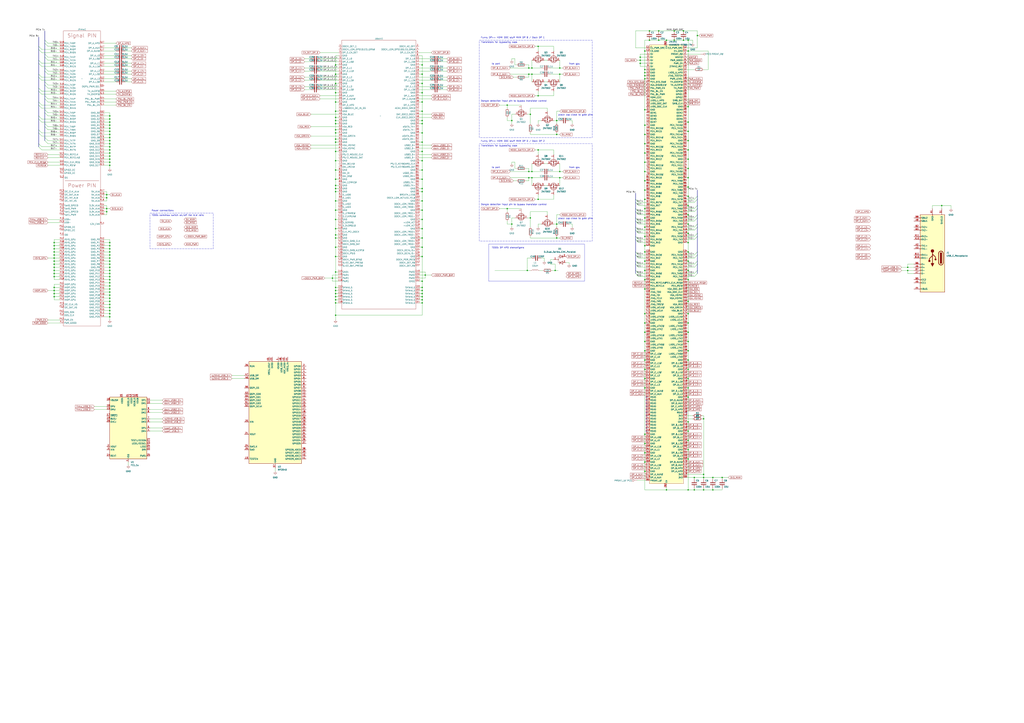
<source format=kicad_sch>
(kicad_sch (version 20230121) (generator eeschema)
  (paper "A1")
  (junction (at 44.45 209.55))
  (junction (at 90.17 107.95))
  (junction (at 87.63 162.56))
  (junction (at 593.09 392.43))
  (junction (at 565.15 115.57))
  (junction (at 275.59 53.34))
  (junction (at 420.37 99.06))
  (junction (at 90.17 204.47))
  (junction (at 565.15 377.19))
  (junction (at 529.59 311.15))
  (junction (at 275.59 203.2))
  (junction (at 346.71 238.76))
  (junction (at 436.88 146.05))
  (junction (at 346.71 154.94))
  (junction (at 529.59 273.05))
  (junction (at 44.45 214.63))
  (junction (at 565.15 303.53))
  (junction (at 455.93 222.25))
  (junction (at 346.71 231.14))
  (junction (at 90.17 133.35))
  (junction (at 565.15 153.67))
  (junction (at 275.59 241.3))
  (junction (at 90.17 245.11))
  (junction (at 529.59 201.93))
  (junction (at 349.25 226.06))
  (junction (at 565.15 207.01))
  (junction (at 565.15 138.43))
  (junction (at 44.45 204.47))
  (junction (at 90.17 222.25))
  (junction (at 346.71 165.1))
  (junction (at 459.74 55.88))
  (junction (at 44.45 199.39))
  (junction (at 44.45 227.33))
  (junction (at 529.59 148.59))
  (junction (at 44.45 212.09))
  (junction (at 44.45 224.79))
  (junction (at 561.34 33.02))
  (junction (at 529.59 57.15))
  (junction (at 529.59 118.11))
  (junction (at 529.59 102.87))
  (junction (at 44.45 222.25))
  (junction (at 275.59 180.34))
  (junction (at 346.71 53.34))
  (junction (at 541.02 25.4))
  (junction (at 275.59 165.1))
  (junction (at 90.17 255.27))
  (junction (at 90.17 110.49))
  (junction (at 436.88 55.88))
  (junction (at 585.47 402.59))
  (junction (at 565.15 184.15))
  (junction (at 346.71 241.3))
  (junction (at 275.59 259.08))
  (junction (at 416.56 171.45))
  (junction (at 565.15 280.67))
  (junction (at 529.59 229.87))
  (junction (at 346.71 248.92))
  (junction (at 565.15 199.39))
  (junction (at 529.59 295.91))
  (junction (at 565.15 168.91))
  (junction (at 87.63 171.45))
  (junction (at 441.96 163.83))
  (junction (at 87.63 173.99))
  (junction (at 90.17 237.49))
  (junction (at 346.71 187.96))
  (junction (at 529.59 110.49))
  (junction (at 525.78 46.99))
  (junction (at 565.15 369.57))
  (junction (at 275.59 60.96))
  (junction (at 565.15 87.63))
  (junction (at 529.59 140.97))
  (junction (at 90.17 199.39))
  (junction (at 90.17 227.33))
  (junction (at 90.17 105.41))
  (junction (at 44.45 207.01))
  (junction (at 275.59 248.92))
  (junction (at 570.23 402.59))
  (junction (at 529.59 186.69))
  (junction (at 346.71 132.08))
  (junction (at 577.85 389.89))
  (junction (at 459.74 140.97))
  (junction (at 577.85 402.59))
  (junction (at 90.17 102.87))
  (junction (at 275.59 99.06))
  (junction (at 90.17 229.87))
  (junction (at 44.45 219.71))
  (junction (at 529.59 379.73))
  (junction (at 346.71 180.34))
  (junction (at 275.59 187.96))
  (junction (at 436.88 60.96))
  (junction (at 346.71 109.22))
  (junction (at 525.78 49.53))
  (junction (at 565.15 100.33))
  (junction (at 565.15 265.43))
  (junction (at 457.2 110.49))
  (junction (at 459.74 146.05))
  (junction (at 529.59 288.29))
  (junction (at 90.17 219.71))
  (junction (at 529.59 257.81))
  (junction (at 44.45 243.84))
  (junction (at 44.45 238.76))
  (junction (at 275.59 76.2))
  (junction (at 565.15 273.05))
  (junction (at 346.71 99.06))
  (junction (at 90.17 123.19))
  (junction (at 533.4 33.02))
  (junction (at 434.34 140.97))
  (junction (at 90.17 100.33))
  (junction (at 346.71 172.72))
  (junction (at 90.17 207.01))
  (junction (at 346.71 139.7))
  (junction (at 346.71 124.46))
  (junction (at 90.17 120.65))
  (junction (at 90.17 234.95))
  (junction (at 90.17 201.93))
  (junction (at 565.15 288.29))
  (junction (at 275.59 96.52))
  (junction (at 565.15 222.25))
  (junction (at 275.59 172.72))
  (junction (at 346.71 91.44))
  (junction (at 90.17 115.57))
  (junction (at 346.71 147.32))
  (junction (at 565.15 326.39))
  (junction (at 541.02 33.02))
  (junction (at 773.43 168.91))
  (junction (at 529.59 179.07))
  (junction (at 565.15 146.05))
  (junction (at 346.71 243.84))
  (junction (at 275.59 223.52))
  (junction (at 547.37 402.59))
  (junction (at 275.59 152.4))
  (junction (at 346.71 68.58))
  (junction (at 529.59 171.45))
  (junction (at 346.71 195.58))
  (junction (at 565.15 247.65))
  (junction (at 90.17 125.73))
  (junction (at 529.59 156.21))
  (junction (at 275.59 195.58))
  (junction (at 529.59 364.49))
  (junction (at 90.17 118.11))
  (junction (at 441.96 38.1))
  (junction (at 529.59 62.23))
  (junction (at 90.17 252.73))
  (junction (at 457.2 195.58))
  (junction (at 90.17 250.19))
  (junction (at 273.05 228.6))
  (junction (at 529.59 303.53))
  (junction (at 529.59 214.63))
  (junction (at 529.59 372.11))
  (junction (at 435.61 179.07))
  (junction (at 275.59 83.82))
  (junction (at 275.59 238.76))
  (junction (at 565.15 130.81))
  (junction (at 529.59 318.77))
  (junction (at 433.07 222.25))
  (junction (at 346.71 157.48))
  (junction (at 525.78 52.07))
  (junction (at 529.59 265.43))
  (junction (at 565.15 346.71))
  (junction (at 90.17 212.09))
  (junction (at 275.59 246.38))
  (junction (at 416.56 86.36))
  (junction (at 346.71 101.6))
  (junction (at 565.15 176.53))
  (junction (at 577.85 344.17))
  (junction (at 275.59 236.22))
  (junction (at 565.15 33.02))
  (junction (at 90.17 232.41))
  (junction (at 565.15 318.77))
  (junction (at 346.71 60.96))
  (junction (at 346.71 246.38))
  (junction (at 90.17 128.27))
  (junction (at 434.34 60.96))
  (junction (at 529.59 280.67))
  (junction (at 529.59 237.49))
  (junction (at 565.15 295.91))
  (junction (at 90.17 224.79))
  (junction (at 441.96 78.74))
  (junction (at 565.15 257.81))
  (junction (at 90.17 247.65))
  (junction (at 90.17 240.03))
  (junction (at 275.59 68.58))
  (junction (at 275.59 91.44))
  (junction (at 275.59 243.84))
  (junction (at 346.71 76.2))
  (junction (at 420.37 184.15))
  (junction (at 275.59 132.08))
  (junction (at 275.59 114.3))
  (junction (at 533.4 25.4))
  (junction (at 434.34 55.88))
  (junction (at 275.59 193.04))
  (junction (at 346.71 116.84))
  (junction (at 44.45 241.3))
  (junction (at 565.15 107.95))
  (junction (at 44.45 217.17))
  (junction (at 459.74 60.96))
  (junction (at 90.17 95.25))
  (junction (at 90.17 257.81))
  (junction (at 565.15 361.95))
  (junction (at 529.59 59.69))
  (junction (at 435.61 93.98))
  (junction (at 565.15 229.87))
  (junction (at 565.15 191.77))
  (junction (at 90.17 214.63))
  (junction (at 547.37 33.02))
  (junction (at 275.59 210.82))
  (junction (at 565.15 311.15))
  (junction (at 529.59 163.83))
  (junction (at 90.17 209.55))
  (junction (at 529.59 387.35))
  (junction (at 565.15 41.91))
  (junction (at 346.71 236.22))
  (junction (at 529.59 356.87))
  (junction (at 275.59 116.84))
  (junction (at 275.59 101.6))
  (junction (at 529.59 64.77))
  (junction (at 90.17 135.89))
  (junction (at 44.45 201.93))
  (junction (at 572.77 29.21))
  (junction (at 529.59 41.91))
  (junction (at 565.15 161.29))
  (junction (at 585.47 392.43))
  (junction (at 346.71 210.82))
  (junction (at 90.17 97.79))
  (junction (at 434.34 146.05))
  (junction (at 275.59 154.94))
  (junction (at 529.59 90.17))
  (junction (at 745.49 222.25))
  (junction (at 553.72 25.4))
  (junction (at 275.59 139.7))
  (junction (at 275.59 109.22))
  (junction (at 90.17 217.17))
  (junction (at 529.59 125.73))
  (junction (at 275.59 124.46))
  (junction (at 90.17 130.81))
  (junction (at 87.63 160.02))
  (junction (at 90.17 113.03))
  (junction (at 561.34 25.4))
  (junction (at 553.72 33.02))
  (junction (at 44.45 236.22))
  (junction (at 436.88 140.97))
  (junction (at 529.59 222.25))
  (junction (at 565.15 354.33))
  (junction (at 275.59 147.32))
  (junction (at 275.59 157.48))
  (junction (at 570.23 392.43))
  (junction (at 346.71 203.2))
  (junction (at 577.85 392.43))
  (junction (at 275.59 106.68))
  (junction (at 529.59 133.35))
  (junction (at 529.59 194.31))
  (junction (at 565.15 123.19))
  (junction (at 529.59 207.01))
  (junction (at 565.15 214.63))
  (junction (at 346.71 83.82))
  (junction (at 457.2 99.06))
  (junction (at 457.2 184.15))
  (junction (at 441.96 123.19))
  (junction (at 90.17 242.57))
  (junction (at 90.17 260.35))
  (junction (at 565.15 402.59))
  (junction (at 745.49 219.71))
  (no_connect (at 530.86 346.71))
  (no_connect (at 530.86 354.33))
  (no_connect (at 530.86 341.63))
  (no_connect (at 530.86 351.79))
  (no_connect (at 530.86 336.55))
  (no_connect (at 530.86 331.47))
  (no_connect (at 530.86 349.25))
  (no_connect (at 530.86 326.39))
  (no_connect (at 530.86 328.93))
  (no_connect (at 530.86 344.17))
  (no_connect (at 563.88 339.09))
  (no_connect (at 530.86 339.09))
  (no_connect (at 530.86 334.01))
  (bus_entry (at 524.51 168.91) (size -2.54 -2.54))
  (bus_entry (at 34.29 52.07) (size -2.54 -2.54))
  (bus_entry (at 34.29 109.22) (size -2.54 -2.54))
  (bus_entry (at 36.83 67.31) (size 2.54 2.54))
  (bus_entry (at 524.51 212.09) (size -2.54 -2.54))
  (bus_entry (at 36.83 33.02) (size 2.54 2.54))
  (bus_entry (at 34.29 63.5) (size -2.54 -2.54))
  (bus_entry (at 570.23 163.83) (size 2.54 -2.54))
  (bus_entry (at 570.23 219.71) (size 2.54 -2.54))
  (bus_entry (at 524.51 227.33) (size -2.54 -2.54))
  (bus_entry (at 570.23 209.55) (size 2.54 -2.54))
  (bus_entry (at 34.29 120.65) (size -2.54 -2.54))
  (bus_entry (at 36.83 81.28) (size 2.54 2.54))
  (bus_entry (at 36.83 104.14) (size 2.54 2.54))
  (bus_entry (at 34.29 54.61) (size -2.54 -2.54))
  (bus_entry (at 570.23 173.99) (size 2.54 -2.54))
  (bus_entry (at 36.83 101.6) (size 2.54 2.54))
  (bus_entry (at 570.23 212.09) (size 2.54 -2.54))
  (bus_entry (at 524.51 181.61) (size -2.54 -2.54))
  (bus_entry (at 524.51 209.55) (size -2.54 -2.54))
  (bus_entry (at 36.83 35.56) (size 2.54 2.54))
  (bus_entry (at 34.29 40.64) (size -2.54 -2.54))
  (bus_entry (at 570.23 166.37) (size 2.54 -2.54))
  (bus_entry (at 34.29 97.79) (size -2.54 -2.54))
  (bus_entry (at 570.23 217.17) (size 2.54 -2.54))
  (bus_entry (at 524.51 224.79) (size -2.54 -2.54))
  (bus_entry (at 36.83 46.99) (size 2.54 2.54))
  (bus_entry (at 36.83 58.42) (size 2.54 2.54))
  (bus_entry (at 34.29 43.18) (size -2.54 -2.54))
  (bus_entry (at 570.23 224.79) (size 2.54 -2.54))
  (bus_entry (at 36.83 90.17) (size 2.54 2.54))
  (bus_entry (at 36.83 44.45) (size 2.54 2.54))
  (bus_entry (at 34.29 88.9) (size -2.54 -2.54))
  (bus_entry (at 524.51 219.71) (size -2.54 -2.54))
  (bus_entry (at 524.51 217.17) (size -2.54 -2.54))
  (bus_entry (at 36.83 78.74) (size 2.54 2.54))
  (bus_entry (at 570.23 181.61) (size 2.54 -2.54))
  (bus_entry (at 570.23 179.07) (size 2.54 -2.54))
  (bus_entry (at 570.23 189.23) (size 2.54 -2.54))
  (bus_entry (at 524.51 191.77) (size -2.54 -2.54))
  (bus_entry (at 524.51 199.39) (size -2.54 -2.54))
  (bus_entry (at 36.83 92.71) (size 2.54 2.54))
  (bus_entry (at 570.23 227.33) (size 2.54 -2.54))
  (bus_entry (at 36.83 69.85) (size 2.54 2.54))
  (bus_entry (at 36.83 113.03) (size 2.54 2.54))
  (bus_entry (at 36.83 115.57) (size 2.54 2.54))
  (bus_entry (at 570.23 186.69) (size 2.54 -2.54))
  (bus_entry (at 34.29 74.93) (size -2.54 -2.54))
  (bus_entry (at 34.29 86.36) (size -2.54 -2.54))
  (bus_entry (at 34.29 100.33) (size -2.54 -2.54))
  (bus_entry (at 34.29 77.47) (size -2.54 -2.54))
  (bus_entry (at 570.23 194.31) (size 2.54 -2.54))
  (bus_entry (at 34.29 123.19) (size -2.54 -2.54))
  (bus_entry (at 524.51 176.53) (size -2.54 -2.54))
  (bus_entry (at 524.51 173.99) (size -2.54 -2.54))
  (bus_entry (at 524.51 166.37) (size -2.54 -2.54))
  (bus_entry (at 570.23 196.85) (size 2.54 -2.54))
  (bus_entry (at 36.83 55.88) (size 2.54 2.54))
  (bus_entry (at 34.29 111.76) (size -2.54 -2.54))
  (bus_entry (at 524.51 184.15) (size -2.54 -2.54))
  (bus_entry (at 34.29 66.04) (size -2.54 -2.54))
  (bus_entry (at 524.51 196.85) (size -2.54 -2.54))
  (bus_entry (at 524.51 189.23) (size -2.54 -2.54))
  (bus_entry (at 570.23 171.45) (size 2.54 -2.54))
  (wire (pts (xy 563.88 265.43) (xy 565.15 265.43)))
  (wire (pts (xy 459.74 55.88) (xy 462.28 55.88)))
  (wire (pts (xy 529.59 179.07) (xy 529.59 186.69)))
  (wire (pts (xy 529.59 372.11) (xy 529.59 379.73)))
  (wire (pts (xy 39.37 135.89) (xy 49.53 135.89)))
  (wire (pts (xy 275.59 109.22) (xy 275.59 114.3)))
  (wire (pts (xy 275.59 91.44) (xy 278.13 91.44)))
  (wire (pts (xy 44.45 233.68) (xy 49.53 233.68)))
  (wire (pts (xy 434.34 140.97) (xy 436.88 140.97)))
  (wire (pts (xy 90.17 95.25) (xy 90.17 97.79)))
  (wire (pts (xy 346.71 91.44) (xy 346.71 83.82)))
  (wire (pts (xy 529.59 288.29) (xy 530.86 288.29)))
  (wire (pts (xy 570.23 392.43) (xy 570.23 393.7)))
  (wire (pts (xy 44.45 219.71) (xy 49.53 219.71)))
  (wire (pts (xy 441.96 38.1) (xy 441.96 41.91)))
  (wire (pts (xy 85.09 58.42) (xy 95.25 58.42)))
  (wire (pts (xy 420.37 99.06) (xy 420.37 101.6)))
  (wire (pts (xy 344.17 165.1) (xy 346.71 165.1)))
  (wire (pts (xy 105.41 379.73) (xy 105.41 382.27)))
  (wire (pts (xy 563.88 229.87) (xy 565.15 229.87)))
  (wire (pts (xy 44.45 238.76) (xy 49.53 238.76)))
  (wire (pts (xy 447.04 212.09) (xy 447.04 214.63)))
  (wire (pts (xy 39.37 46.99) (xy 49.53 46.99)))
  (wire (pts (xy 250.19 50.8) (xy 255.27 50.8)))
  (wire (pts (xy 90.17 217.17) (xy 90.17 219.71)))
  (wire (pts (xy 452.12 140.97) (xy 459.74 140.97)))
  (wire (pts (xy 90.17 255.27) (xy 90.17 257.81)))
  (wire (pts (xy 275.59 246.38) (xy 275.59 248.92)))
  (wire (pts (xy 275.59 193.04) (xy 275.59 195.58)))
  (wire (pts (xy 563.88 341.63) (xy 568.96 341.63)))
  (wire (pts (xy 439.42 38.1) (xy 441.96 38.1)))
  (wire (pts (xy 773.43 168.91) (xy 765.81 168.91)))
  (wire (pts (xy 361.95 50.8) (xy 367.03 50.8)))
  (wire (pts (xy 255.27 111.76) (xy 278.13 111.76)))
  (wire (pts (xy 34.29 54.61) (xy 49.53 54.61)))
  (wire (pts (xy 344.17 109.22) (xy 346.71 109.22)))
  (wire (pts (xy 85.09 64.77) (xy 95.25 64.77)))
  (bus (pts (xy 572.77 207.01) (xy 572.77 194.31)))
  (wire (pts (xy 275.59 248.92) (xy 275.59 259.08)))
  (wire (pts (xy 410.21 86.36) (xy 416.56 86.36)))
  (wire (pts (xy 765.81 168.91) (xy 765.81 171.45)))
  (wire (pts (xy 441.96 163.83) (xy 441.96 160.02)))
  (wire (pts (xy 90.17 113.03) (xy 90.17 115.57)))
  (wire (pts (xy 123.19 328.93) (xy 133.35 328.93)))
  (wire (pts (xy 563.88 392.43) (xy 570.23 392.43)))
  (wire (pts (xy 275.59 99.06) (xy 275.59 101.6)))
  (wire (pts (xy 346.71 241.3) (xy 346.71 238.76)))
  (wire (pts (xy 349.25 223.52) (xy 349.25 226.06)))
  (wire (pts (xy 250.19 58.42) (xy 255.27 58.42)))
  (wire (pts (xy 44.45 209.55) (xy 44.45 212.09)))
  (wire (pts (xy 577.85 402.59) (xy 570.23 402.59)))
  (wire (pts (xy 529.59 110.49) (xy 530.86 110.49)))
  (wire (pts (xy 433.07 222.25) (xy 435.61 222.25)))
  (wire (pts (xy 454.66 38.1) (xy 441.96 38.1)))
  (wire (pts (xy 90.17 212.09) (xy 90.17 214.63)))
  (wire (pts (xy 262.89 58.42) (xy 278.13 58.42)))
  (wire (pts (xy 529.59 311.15) (xy 530.86 311.15)))
  (wire (pts (xy 467.36 215.9) (xy 464.82 215.9)))
  (wire (pts (xy 529.59 311.15) (xy 529.59 318.77)))
  (wire (pts (xy 563.88 179.07) (xy 570.23 179.07)))
  (bus (pts (xy 572.77 176.53) (xy 572.77 171.45)))
  (wire (pts (xy 85.09 162.56) (xy 87.63 162.56)))
  (wire (pts (xy 529.59 171.45) (xy 529.59 179.07)))
  (wire (pts (xy 87.63 171.45) (xy 87.63 173.99)))
  (wire (pts (xy 745.49 224.79) (xy 745.49 222.25)))
  (wire (pts (xy 453.39 222.25) (xy 455.93 222.25)))
  (wire (pts (xy 85.09 92.71) (xy 90.17 92.71)))
  (wire (pts (xy 44.45 207.01) (xy 49.53 207.01)))
  (bus (pts (xy 36.83 67.31) (xy 36.83 69.85)))
  (wire (pts (xy 563.88 222.25) (xy 565.15 222.25)))
  (bus (pts (xy 521.97 224.79) (xy 521.97 222.25)))
  (wire (pts (xy 563.88 186.69) (xy 570.23 186.69)))
  (bus (pts (xy 36.83 35.56) (xy 36.83 44.45)))
  (wire (pts (xy 420.37 48.26) (xy 420.37 49.53)))
  (wire (pts (xy 452.12 60.96) (xy 459.74 60.96)))
  (wire (pts (xy 85.09 45.72) (xy 95.25 45.72)))
  (wire (pts (xy 457.2 110.49) (xy 435.61 110.49)))
  (wire (pts (xy 250.19 48.26) (xy 255.27 48.26)))
  (bus (pts (xy 572.77 224.79) (xy 572.77 222.25)))
  (wire (pts (xy 344.17 48.26) (xy 354.33 48.26)))
  (wire (pts (xy 416.56 171.45) (xy 427.99 171.45)))
  (wire (pts (xy 102.87 67.31) (xy 107.95 67.31)))
  (wire (pts (xy 346.71 248.92) (xy 344.17 248.92)))
  (wire (pts (xy 565.15 176.53) (xy 565.15 168.91)))
  (wire (pts (xy 344.17 147.32) (xy 346.71 147.32)))
  (bus (pts (xy 521.97 181.61) (xy 521.97 179.07)))
  (wire (pts (xy 123.19 351.79) (xy 133.35 351.79)))
  (wire (pts (xy 529.59 163.83) (xy 530.86 163.83)))
  (wire (pts (xy 454.66 184.15) (xy 457.2 184.15)))
  (wire (pts (xy 34.29 43.18) (xy 49.53 43.18)))
  (bus (pts (xy 36.83 81.28) (xy 36.83 90.17)))
  (wire (pts (xy 85.09 222.25) (xy 90.17 222.25)))
  (wire (pts (xy 529.59 273.05) (xy 529.59 280.67)))
  (bus (pts (xy 36.83 44.45) (xy 36.83 46.99)))
  (wire (pts (xy 87.63 168.91) (xy 87.63 171.45)))
  (wire (pts (xy 90.17 219.71) (xy 90.17 222.25)))
  (wire (pts (xy 447.04 134.62) (xy 449.58 134.62)))
  (wire (pts (xy 44.45 236.22) (xy 44.45 233.68)))
  (wire (pts (xy 524.51 196.85) (xy 530.86 196.85)))
  (wire (pts (xy 44.45 214.63) (xy 49.53 214.63)))
  (wire (pts (xy 563.88 194.31) (xy 570.23 194.31)))
  (wire (pts (xy 444.5 212.09) (xy 447.04 212.09)))
  (bus (pts (xy 31.75 40.64) (xy 31.75 49.53)))
  (wire (pts (xy 455.93 222.25) (xy 458.47 222.25)))
  (wire (pts (xy 255.27 119.38) (xy 278.13 119.38)))
  (wire (pts (xy 275.59 243.84) (xy 275.59 246.38)))
  (wire (pts (xy 39.37 182.88) (xy 49.53 182.88)))
  (wire (pts (xy 275.59 99.06) (xy 278.13 99.06)))
  (wire (pts (xy 34.29 77.47) (xy 49.53 77.47)))
  (wire (pts (xy 344.17 81.28) (xy 354.33 81.28)))
  (wire (pts (xy 346.71 99.06) (xy 346.71 91.44)))
  (wire (pts (xy 361.95 48.26) (xy 367.03 48.26)))
  (wire (pts (xy 565.15 199.39) (xy 565.15 191.77)))
  (wire (pts (xy 454.66 123.19) (xy 454.66 127)))
  (wire (pts (xy 469.9 184.15) (xy 467.36 184.15)))
  (wire (pts (xy 530.86 41.91) (xy 529.59 41.91)))
  (wire (pts (xy 565.15 303.53) (xy 563.88 303.53)))
  (wire (pts (xy 273.05 228.6) (xy 273.05 231.14)))
  (wire (pts (xy 90.17 207.01) (xy 90.17 209.55)))
  (wire (pts (xy 34.29 52.07) (xy 49.53 52.07)))
  (wire (pts (xy 406.4 222.25) (xy 433.07 222.25)))
  (wire (pts (xy 524.51 219.71) (xy 530.86 219.71)))
  (wire (pts (xy 250.19 73.66) (xy 255.27 73.66)))
  (wire (pts (xy 44.45 217.17) (xy 44.45 219.71)))
  (wire (pts (xy 85.09 252.73) (xy 90.17 252.73)))
  (wire (pts (xy 565.15 176.53) (xy 563.88 176.53)))
  (wire (pts (xy 87.63 160.02) (xy 90.17 160.02)))
  (wire (pts (xy 346.71 210.82) (xy 346.71 203.2)))
  (wire (pts (xy 344.17 96.52) (xy 354.33 96.52)))
  (wire (pts (xy 275.59 223.52) (xy 278.13 223.52)))
  (wire (pts (xy 553.72 25.4) (xy 561.34 25.4)))
  (wire (pts (xy 85.09 113.03) (xy 90.17 113.03)))
  (wire (pts (xy 529.59 118.11) (xy 530.86 118.11)))
  (wire (pts (xy 39.37 38.1) (xy 49.53 38.1)))
  (wire (pts (xy 452.12 217.17) (xy 455.93 217.17)))
  (wire (pts (xy 275.59 101.6) (xy 278.13 101.6)))
  (wire (pts (xy 44.45 224.79) (xy 44.45 227.33)))
  (wire (pts (xy 563.88 199.39) (xy 565.15 199.39)))
  (wire (pts (xy 563.88 214.63) (xy 565.15 214.63)))
  (wire (pts (xy 529.59 214.63) (xy 530.86 214.63)))
  (wire (pts (xy 102.87 41.91) (xy 107.95 41.91)))
  (wire (pts (xy 454.66 38.1) (xy 454.66 41.91)))
  (wire (pts (xy 85.09 97.79) (xy 90.17 97.79)))
  (bus (pts (xy 521.97 173.99) (xy 521.97 171.45)))
  (wire (pts (xy 469.9 186.69) (xy 469.9 184.15)))
  (wire (pts (xy 419.1 55.88) (xy 434.34 55.88)))
  (bus (pts (xy 521.97 214.63) (xy 521.97 209.55)))
  (wire (pts (xy 346.71 157.48) (xy 346.71 154.94)))
  (wire (pts (xy 346.71 53.34) (xy 346.71 45.72)))
  (wire (pts (xy 275.59 96.52) (xy 278.13 96.52)))
  (bus (pts (xy 572.77 194.31) (xy 572.77 191.77)))
  (wire (pts (xy 577.85 392.43) (xy 577.85 389.89)))
  (wire (pts (xy 529.59 186.69) (xy 530.86 186.69)))
  (wire (pts (xy 444.5 99.06) (xy 441.96 99.06)))
  (bus (pts (xy 572.77 214.63) (xy 572.77 209.55)))
  (wire (pts (xy 565.15 207.01) (xy 565.15 199.39)))
  (wire (pts (xy 447.04 152.4) (xy 449.58 152.4)))
  (wire (pts (xy 102.87 64.77) (xy 107.95 64.77)))
  (wire (pts (xy 273.05 231.14) (xy 278.13 231.14)))
  (wire (pts (xy 530.86 59.69) (xy 529.59 59.69)))
  (wire (pts (xy 262.89 81.28) (xy 278.13 81.28)))
  (wire (pts (xy 529.59 90.17) (xy 530.86 90.17)))
  (wire (pts (xy 275.59 106.68) (xy 278.13 106.68)))
  (wire (pts (xy 529.59 207.01) (xy 530.86 207.01)))
  (wire (pts (xy 344.17 116.84) (xy 346.71 116.84)))
  (wire (pts (xy 39.37 106.68) (xy 49.53 106.68)))
  (bus (pts (xy 572.77 217.17) (xy 572.77 214.63)))
  (wire (pts (xy 441.96 163.83) (xy 454.66 163.83)))
  (wire (pts (xy 85.09 199.39) (xy 90.17 199.39)))
  (wire (pts (xy 90.17 245.11) (xy 90.17 247.65)))
  (wire (pts (xy 525.78 46.99) (xy 530.86 46.99)))
  (wire (pts (xy 563.88 209.55) (xy 570.23 209.55)))
  (wire (pts (xy 90.17 128.27) (xy 90.17 130.81)))
  (wire (pts (xy 565.15 326.39) (xy 565.15 346.71)))
  (wire (pts (xy 44.45 224.79) (xy 49.53 224.79)))
  (wire (pts (xy 529.59 90.17) (xy 529.59 102.87)))
  (wire (pts (xy 420.37 93.98) (xy 420.37 99.06)))
  (bus (pts (xy 572.77 222.25) (xy 572.77 217.17)))
  (wire (pts (xy 565.15 303.53) (xy 565.15 311.15)))
  (wire (pts (xy 262.89 48.26) (xy 278.13 48.26)))
  (wire (pts (xy 565.15 168.91) (xy 563.88 168.91)))
  (wire (pts (xy 90.17 201.93) (xy 90.17 204.47)))
  (wire (pts (xy 44.45 212.09) (xy 44.45 214.63)))
  (wire (pts (xy 90.17 118.11) (xy 90.17 120.65)))
  (wire (pts (xy 85.09 135.89) (xy 90.17 135.89)))
  (wire (pts (xy 275.59 259.08) (xy 275.59 262.89)))
  (wire (pts (xy 433.07 179.07) (xy 435.61 179.07)))
  (wire (pts (xy 529.59 364.49) (xy 530.86 364.49)))
  (bus (pts (xy 31.75 60.96) (xy 31.75 63.5)))
  (wire (pts (xy 344.17 243.84) (xy 346.71 243.84)))
  (wire (pts (xy 255.27 93.98) (xy 278.13 93.98)))
  (wire (pts (xy 529.59 102.87) (xy 530.86 102.87)))
  (wire (pts (xy 349.25 226.06) (xy 354.33 226.06)))
  (wire (pts (xy 565.15 100.33) (xy 565.15 87.63)))
  (wire (pts (xy 85.09 86.36) (xy 95.25 86.36)))
  (wire (pts (xy 529.59 280.67) (xy 529.59 288.29)))
  (wire (pts (xy 547.37 33.02) (xy 541.02 33.02)))
  (wire (pts (xy 524.51 209.55) (xy 530.86 209.55)))
  (bus (pts (xy 36.83 69.85) (xy 36.83 78.74)))
  (wire (pts (xy 416.56 171.45) (xy 416.56 173.99)))
  (wire (pts (xy 563.88 217.17) (xy 570.23 217.17)))
  (wire (pts (xy 529.59 280.67) (xy 530.86 280.67)))
  (wire (pts (xy 529.59 214.63) (xy 529.59 222.25)))
  (wire (pts (xy 275.59 139.7) (xy 278.13 139.7)))
  (wire (pts (xy 750.57 224.79) (xy 745.49 224.79)))
  (wire (pts (xy 454.66 123.19) (xy 441.96 123.19)))
  (wire (pts (xy 563.88 173.99) (xy 570.23 173.99)))
  (wire (pts (xy 275.59 116.84) (xy 275.59 124.46)))
  (wire (pts (xy 529.59 207.01) (xy 529.59 214.63)))
  (wire (pts (xy 85.09 130.81) (xy 90.17 130.81)))
  (wire (pts (xy 361.95 55.88) (xy 367.03 55.88)))
  (bus (pts (xy 521.97 209.55) (xy 521.97 207.01)))
  (wire (pts (xy 449.58 91.44) (xy 449.58 88.9)))
  (wire (pts (xy 90.17 232.41) (xy 90.17 234.95)))
  (wire (pts (xy 250.19 71.12) (xy 255.27 71.12)))
  (wire (pts (xy 90.17 120.65) (xy 90.17 123.19)))
  (wire (pts (xy 422.91 138.43) (xy 422.91 133.35)))
  (wire (pts (xy 563.88 181.61) (xy 570.23 181.61)))
  (wire (pts (xy 469.9 99.06) (xy 467.36 99.06)))
  (wire (pts (xy 102.87 45.72) (xy 107.95 45.72)))
  (wire (pts (xy 529.59 62.23) (xy 529.59 64.77)))
  (wire (pts (xy 85.09 214.63) (xy 90.17 214.63)))
  (wire (pts (xy 90.17 247.65) (xy 90.17 250.19)))
  (wire (pts (xy 262.89 71.12) (xy 278.13 71.12)))
  (wire (pts (xy 565.15 168.91) (xy 565.15 161.29)))
  (wire (pts (xy 102.87 52.07) (xy 107.95 52.07)))
  (wire (pts (xy 565.15 123.19) (xy 565.15 115.57)))
  (wire (pts (xy 436.88 49.53) (xy 436.88 55.88)))
  (wire (pts (xy 436.88 212.09) (xy 433.07 212.09)))
  (wire (pts (xy 39.37 83.82) (xy 49.53 83.82)))
  (wire (pts (xy 34.29 63.5) (xy 49.53 63.5)))
  (wire (pts (xy 344.17 236.22) (xy 346.71 236.22)))
  (wire (pts (xy 44.45 204.47) (xy 49.53 204.47)))
  (wire (pts (xy 39.37 72.39) (xy 49.53 72.39)))
  (wire (pts (xy 565.15 138.43) (xy 565.15 130.81)))
  (wire (pts (xy 529.59 303.53) (xy 530.86 303.53)))
  (wire (pts (xy 529.59 237.49) (xy 529.59 257.81)))
  (wire (pts (xy 34.29 74.93) (xy 49.53 74.93)))
  (wire (pts (xy 346.71 246.38) (xy 346.71 243.84)))
  (wire (pts (xy 85.09 247.65) (xy 90.17 247.65)))
  (wire (pts (xy 275.59 106.68) (xy 275.59 109.22)))
  (wire (pts (xy 529.59 229.87) (xy 529.59 237.49)))
  (wire (pts (xy 585.47 392.43) (xy 585.47 393.7)))
  (wire (pts (xy 541.02 33.02) (xy 533.4 33.02)))
  (wire (pts (xy 346.71 109.22) (xy 346.71 101.6)))
  (wire (pts (xy 123.19 344.17) (xy 133.35 344.17)))
  (wire (pts (xy 275.59 91.44) (xy 275.59 96.52)))
  (wire (pts (xy 90.17 229.87) (xy 90.17 232.41)))
  (wire (pts (xy 344.17 172.72) (xy 346.71 172.72)))
  (wire (pts (xy 577.85 389.89) (xy 577.85 344.17)))
  (wire (pts (xy 524.51 199.39) (xy 530.86 199.39)))
  (wire (pts (xy 570.23 402.59) (xy 565.15 402.59)))
  (wire (pts (xy 524.51 217.17) (xy 530.86 217.17)))
  (wire (pts (xy 346.71 83.82) (xy 346.71 76.2)))
  (wire (pts (xy 441.96 78.74) (xy 441.96 74.93)))
  (bus (pts (xy 521.97 158.75) (xy 521.97 163.83)))
  (wire (pts (xy 77.47 334.01) (xy 87.63 334.01)))
  (wire (pts (xy 524.51 166.37) (xy 530.86 166.37)))
  (wire (pts (xy 565.15 123.19) (xy 563.88 123.19)))
  (wire (pts (xy 39.37 127) (xy 49.53 127)))
  (wire (pts (xy 745.49 222.25) (xy 750.57 222.25)))
  (wire (pts (xy 529.59 295.91) (xy 530.86 295.91)))
  (wire (pts (xy 431.8 138.43) (xy 434.34 138.43)))
  (wire (pts (xy 39.37 118.11) (xy 49.53 118.11)))
  (wire (pts (xy 593.09 401.32) (xy 593.09 402.59)))
  (wire (pts (xy 565.15 311.15) (xy 563.88 311.15)))
  (wire (pts (xy 523.24 394.97) (xy 530.86 394.97)))
  (wire (pts (xy 422.91 93.98) (xy 420.37 93.98)))
  (bus (pts (xy 31.75 72.39) (xy 31.75 74.93)))
  (wire (pts (xy 419.1 140.97) (xy 434.34 140.97)))
  (wire (pts (xy 275.59 203.2) (xy 275.59 210.82)))
  (bus (pts (xy 36.83 33.02) (xy 36.83 35.56)))
  (wire (pts (xy 85.09 237.49) (xy 90.17 237.49)))
  (wire (pts (xy 529.59 318.77) (xy 530.86 318.77)))
  (bus (pts (xy 36.83 104.14) (xy 36.83 113.03)))
  (wire (pts (xy 344.17 154.94) (xy 346.71 154.94)))
  (wire (pts (xy 102.87 54.61) (xy 107.95 54.61)))
  (wire (pts (xy 44.45 199.39) (xy 49.53 199.39)))
  (wire (pts (xy 255.27 104.14) (xy 278.13 104.14)))
  (wire (pts (xy 344.17 210.82) (xy 346.71 210.82)))
  (wire (pts (xy 563.88 273.05) (xy 565.15 273.05)))
  (wire (pts (xy 346.71 132.08) (xy 346.71 124.46)))
  (wire (pts (xy 563.88 257.81) (xy 565.15 257.81)))
  (wire (pts (xy 77.47 336.55) (xy 87.63 336.55)))
  (wire (pts (xy 361.95 66.04) (xy 367.03 66.04)))
  (wire (pts (xy 123.19 331.47) (xy 133.35 331.47)))
  (wire (pts (xy 439.42 163.83) (xy 441.96 163.83)))
  (wire (pts (xy 255.27 121.92) (xy 278.13 121.92)))
  (wire (pts (xy 361.95 63.5) (xy 367.03 63.5)))
  (wire (pts (xy 563.88 227.33) (xy 570.23 227.33)))
  (bus (pts (xy 521.97 186.69) (xy 521.97 181.61)))
  (wire (pts (xy 745.49 219.71) (xy 750.57 219.71)))
  (wire (pts (xy 90.17 110.49) (xy 90.17 113.03)))
  (wire (pts (xy 577.85 401.32) (xy 577.85 402.59)))
  (wire (pts (xy 565.15 346.71) (xy 563.88 346.71)))
  (bus (pts (xy 31.75 86.36) (xy 31.75 95.25)))
  (wire (pts (xy 529.59 372.11) (xy 530.86 372.11)))
  (wire (pts (xy 529.59 163.83) (xy 529.59 171.45)))
  (wire (pts (xy 39.37 95.25) (xy 49.53 95.25)))
  (wire (pts (xy 435.61 179.07) (xy 435.61 186.69)))
  (wire (pts (xy 344.17 132.08) (xy 346.71 132.08)))
  (wire (pts (xy 563.88 344.17) (xy 568.96 344.17)))
  (wire (pts (xy 781.05 171.45) (xy 781.05 168.91)))
  (wire (pts (xy 90.17 199.39) (xy 90.17 201.93)))
  (wire (pts (xy 565.15 107.95) (xy 565.15 100.33)))
  (wire (pts (xy 346.71 180.34) (xy 346.71 172.72)))
  (wire (pts (xy 577.85 344.17) (xy 577.85 341.63)))
  (wire (pts (xy 422.91 48.26) (xy 420.37 48.26)))
  (wire (pts (xy 434.34 138.43) (xy 434.34 140.97)))
  (wire (pts (xy 275.59 124.46) (xy 275.59 132.08)))
  (wire (pts (xy 39.37 69.85) (xy 49.53 69.85)))
  (wire (pts (xy 344.17 76.2) (xy 346.71 76.2)))
  (bus (pts (xy 521.97 196.85) (xy 521.97 194.31)))
  (wire (pts (xy 344.17 124.46) (xy 346.71 124.46)))
  (wire (pts (xy 344.17 99.06) (xy 346.71 99.06)))
  (wire (pts (xy 275.59 152.4) (xy 278.13 152.4)))
  (bus (pts (xy 36.83 101.6) (xy 36.83 104.14)))
  (wire (pts (xy 593.09 392.43) (xy 598.17 392.43)))
  (wire (pts (xy 529.59 41.91) (xy 529.59 57.15)))
  (wire (pts (xy 529.59 171.45) (xy 530.86 171.45)))
  (wire (pts (xy 85.09 245.11) (xy 90.17 245.11)))
  (wire (pts (xy 344.17 71.12) (xy 354.33 71.12)))
  (bus (pts (xy 572.77 168.91) (xy 572.77 163.83)))
  (bus (pts (xy 31.75 49.53) (xy 31.75 52.07)))
  (wire (pts (xy 416.56 96.52) (xy 416.56 99.06)))
  (wire (pts (xy 523.24 49.53) (xy 525.78 49.53)))
  (wire (pts (xy 349.25 228.6) (xy 344.17 228.6)))
  (wire (pts (xy 85.09 41.91) (xy 95.25 41.91)))
  (wire (pts (xy 346.71 165.1) (xy 346.71 157.48)))
  (wire (pts (xy 275.59 195.58) (xy 275.59 203.2)))
  (wire (pts (xy 563.88 191.77) (xy 565.15 191.77)))
  (wire (pts (xy 34.29 120.65) (xy 49.53 120.65)))
  (wire (pts (xy 344.17 91.44) (xy 346.71 91.44)))
  (wire (pts (xy 416.56 99.06) (xy 420.37 99.06)))
  (wire (pts (xy 361.95 58.42) (xy 367.03 58.42)))
  (wire (pts (xy 275.59 236.22) (xy 275.59 238.76)))
  (wire (pts (xy 34.29 100.33) (xy 49.53 100.33)))
  (wire (pts (xy 85.09 115.57) (xy 90.17 115.57)))
  (wire (pts (xy 275.59 187.96) (xy 278.13 187.96)))
  (wire (pts (xy 275.59 187.96) (xy 275.59 193.04)))
  (wire (pts (xy 123.19 336.55) (xy 133.35 336.55)))
  (wire (pts (xy 416.56 86.36) (xy 427.99 86.36)))
  (wire (pts (xy 344.17 66.04) (xy 354.33 66.04)))
  (wire (pts (xy 529.59 102.87) (xy 529.59 110.49)))
  (wire (pts (xy 275.59 132.08) (xy 275.59 139.7)))
  (wire (pts (xy 90.17 135.89) (xy 90.17 138.43)))
  (wire (pts (xy 275.59 139.7) (xy 275.59 147.32)))
  (wire (pts (xy 344.17 157.48) (xy 346.71 157.48)))
  (bus (pts (xy 521.97 217.17) (xy 521.97 214.63)))
  (wire (pts (xy 563.88 196.85) (xy 570.23 196.85)))
  (wire (pts (xy 344.17 53.34) (xy 346.71 53.34)))
  (wire (pts (xy 533.4 33.02) (xy 529.59 33.02)))
  (wire (pts (xy 529.59 64.77) (xy 529.59 90.17)))
  (wire (pts (xy 529.59 57.15) (xy 530.86 57.15)))
  (wire (pts (xy 565.15 161.29) (xy 563.88 161.29)))
  (wire (pts (xy 123.19 354.33) (xy 133.35 354.33)))
  (bus (pts (xy 521.97 222.25) (xy 521.97 217.17)))
  (wire (pts (xy 449.58 173.99) (xy 435.61 173.99)))
  (wire (pts (xy 344.17 238.76) (xy 346.71 238.76)))
  (wire (pts (xy 525.78 49.53) (xy 530.86 49.53)))
  (wire (pts (xy 529.59 133.35) (xy 529.59 140.97)))
  (wire (pts (xy 421.64 148.59) (xy 424.18 148.59)))
  (wire (pts (xy 436.88 60.96) (xy 436.88 67.31)))
  (wire (pts (xy 275.59 96.52) (xy 275.59 99.06)))
  (wire (pts (xy 441.96 123.19) (xy 441.96 127)))
  (wire (pts (xy 565.15 295.91) (xy 565.15 303.53)))
  (wire (pts (xy 434.34 55.88) (xy 436.88 55.88)))
  (wire (pts (xy 459.74 195.58) (xy 457.2 195.58)))
  (wire (pts (xy 568.96 35.56) (xy 568.96 33.02)))
  (wire (pts (xy 44.45 246.38) (xy 44.45 243.84)))
  (wire (pts (xy 529.59 64.77) (xy 530.86 64.77)))
  (wire (pts (xy 275.59 154.94) (xy 275.59 157.48)))
  (wire (pts (xy 435.61 110.49) (xy 435.61 109.22)))
  (wire (pts (xy 524.51 184.15) (xy 530.86 184.15)))
  (wire (pts (xy 90.17 234.95) (xy 90.17 237.49)))
  (wire (pts (xy 85.09 118.11) (xy 90.17 118.11)))
  (wire (pts (xy 275.59 53.34) (xy 278.13 53.34)))
  (wire (pts (xy 524.51 173.99) (xy 530.86 173.99)))
  (wire (pts (xy 529.59 59.69) (xy 529.59 57.15)))
  (wire (pts (xy 525.78 49.53) (xy 525.78 46.99)))
  (wire (pts (xy 585.47 401.32) (xy 585.47 402.59)))
  (wire (pts (xy 90.17 242.57) (xy 90.17 245.11)))
  (wire (pts (xy 344.17 246.38) (xy 346.71 246.38)))
  (bus (pts (xy 572.77 191.77) (xy 572.77 186.69)))
  (wire (pts (xy 34.29 66.04) (xy 49.53 66.04)))
  (wire (pts (xy 346.71 195.58) (xy 346.71 187.96)))
  (wire (pts (xy 435.61 88.9) (xy 435.61 93.98)))
  (wire (pts (xy 266.7 228.6) (xy 273.05 228.6)))
  (wire (pts (xy 250.19 66.04) (xy 255.27 66.04)))
  (wire (pts (xy 275.59 68.58) (xy 275.59 76.2)))
  (wire (pts (xy 44.45 219.71) (xy 44.45 222.25)))
  (wire (pts (xy 349.25 226.06) (xy 349.25 228.6)))
  (wire (pts (xy 529.59 33.02) (xy 529.59 41.91)))
  (wire (pts (xy 434.34 146.05) (xy 436.88 146.05)))
  (wire (pts (xy 529.59 194.31) (xy 529.59 201.93)))
  (wire (pts (xy 275.59 60.96) (xy 278.13 60.96)))
  (wire (pts (xy 467.36 217.17) (xy 467.36 215.9)))
  (wire (pts (xy 593.09 392.43) (xy 593.09 393.7)))
  (wire (pts (xy 529.59 265.43) (xy 530.86 265.43)))
  (wire (pts (xy 344.17 226.06) (xy 349.25 226.06)))
  (wire (pts (xy 85.09 219.71) (xy 90.17 219.71)))
  (wire (pts (xy 457.2 184.15) (xy 459.74 184.15)))
  (wire (pts (xy 90.17 252.73) (xy 90.17 255.27)))
  (wire (pts (xy 524.51 168.91) (xy 530.86 168.91)))
  (wire (pts (xy 85.09 83.82) (xy 95.25 83.82)))
  (wire (pts (xy 85.09 39.37) (xy 95.25 39.37)))
  (wire (pts (xy 436.88 146.05) (xy 444.5 146.05)))
  (wire (pts (xy 565.15 115.57) (xy 563.88 115.57)))
  (bus (pts (xy 36.83 113.03) (xy 36.83 115.57)))
  (wire (pts (xy 275.59 147.32) (xy 275.59 152.4)))
  (wire (pts (xy 85.09 77.47) (xy 95.25 77.47)))
  (wire (pts (xy 570.23 401.32) (xy 570.23 402.59)))
  (bus (pts (xy 572.77 186.69) (xy 572.77 184.15)))
  (wire (pts (xy 435.61 93.98) (xy 435.61 101.6)))
  (wire (pts (xy 85.09 242.57) (xy 90.17 242.57)))
  (wire (pts (xy 346.71 238.76) (xy 346.71 236.22)))
  (wire (pts (xy 565.15 191.77) (xy 565.15 184.15)))
  (wire (pts (xy 275.59 210.82) (xy 278.13 210.82)))
  (wire (pts (xy 436.88 60.96) (xy 444.5 60.96)))
  (wire (pts (xy 275.59 248.92) (xy 278.13 248.92)))
  (wire (pts (xy 524.51 176.53) (xy 530.86 176.53)))
  (wire (pts (xy 275.59 223.52) (xy 275.59 236.22)))
  (wire (pts (xy 529.59 201.93) (xy 530.86 201.93)))
  (wire (pts (xy 85.09 120.65) (xy 90.17 120.65)))
  (wire (pts (xy 90.17 105.41) (xy 90.17 107.95)))
  (wire (pts (xy 346.71 147.32) (xy 346.71 139.7)))
  (wire (pts (xy 346.71 139.7) (xy 346.71 132.08)))
  (wire (pts (xy 563.88 163.83) (xy 570.23 163.83)))
  (wire (pts (xy 457.2 91.44) (xy 459.74 91.44)))
  (bus (pts (xy 572.77 184.15) (xy 572.77 179.07)))
  (wire (pts (xy 529.59 265.43) (xy 529.59 273.05)))
  (wire (pts (xy 572.77 25.4) (xy 572.77 29.21)))
  (wire (pts (xy 529.59 379.73) (xy 530.86 379.73)))
  (wire (pts (xy 563.88 39.37) (xy 572.77 39.37)))
  (wire (pts (xy 443.23 222.25) (xy 445.77 222.25)))
  (wire (pts (xy 416.56 184.15) (xy 420.37 184.15)))
  (wire (pts (xy 275.59 241.3) (xy 278.13 241.3)))
  (wire (pts (xy 565.15 326.39) (xy 563.88 326.39)))
  (wire (pts (xy 87.63 173.99) (xy 87.63 176.53)))
  (wire (pts (xy 344.17 180.34) (xy 346.71 180.34)))
  (wire (pts (xy 419.1 146.05) (xy 434.34 146.05)))
  (wire (pts (xy 572.77 39.37) (xy 572.77 29.21)))
  (wire (pts (xy 344.17 241.3) (xy 346.71 241.3)))
  (wire (pts (xy 421.64 63.5) (xy 424.18 63.5)))
  (wire (pts (xy 434.34 146.05) (xy 434.34 148.59)))
  (wire (pts (xy 565.15 41.91) (xy 565.15 33.02)))
  (wire (pts (xy 90.17 237.49) (xy 90.17 240.03)))
  (wire (pts (xy 87.63 162.56) (xy 87.63 160.02)))
  (wire (pts (xy 34.29 97.79) (xy 49.53 97.79)))
  (wire (pts (xy 39.37 115.57) (xy 49.53 115.57)))
  (bus (pts (xy 31.75 83.82) (xy 31.75 86.36)))
  (wire (pts (xy 420.37 133.35) (xy 420.37 134.62)))
  (bus (pts (xy 572.77 156.21) (xy 572.77 161.29)))
  (wire (pts (xy 275.59 172.72) (xy 275.59 180.34)))
  (wire (pts (xy 85.09 260.35) (xy 90.17 260.35)))
  (wire (pts (xy 85.09 171.45) (xy 87.63 171.45)))
  (wire (pts (xy 275.59 83.82) (xy 278.13 83.82)))
  (wire (pts (xy 444.5 184.15) (xy 441.96 184.15)))
  (wire (pts (xy 39.37 60.96) (xy 49.53 60.96)))
  (wire (pts (xy 44.45 241.3) (xy 49.53 241.3)))
  (wire (pts (xy 565.15 184.15) (xy 565.15 176.53)))
  (wire (pts (xy 529.59 156.21) (xy 529.59 163.83)))
  (wire (pts (xy 275.59 193.04) (xy 278.13 193.04)))
  (wire (pts (xy 524.51 191.77) (xy 530.86 191.77)))
  (wire (pts (xy 85.09 250.19) (xy 90.17 250.19)))
  (wire (pts (xy 565.15 377.19) (xy 565.15 402.59)))
  (wire (pts (xy 434.34 60.96) (xy 434.34 63.5)))
  (wire (pts (xy 565.15 361.95) (xy 565.15 369.57)))
  (wire (pts (xy 344.17 93.98) (xy 354.33 93.98)))
  (wire (pts (xy 452.12 55.88) (xy 459.74 55.88)))
  (wire (pts (xy 449.58 176.53) (xy 449.58 173.99)))
  (wire (pts (xy 346.71 248.92) (xy 346.71 246.38)))
  (bus (pts (xy 521.97 189.23) (xy 521.97 186.69)))
  (wire (pts (xy 275.59 76.2) (xy 278.13 76.2)))
  (wire (pts (xy 85.09 105.41) (xy 90.17 105.41)))
  (wire (pts (xy 565.15 100.33) (xy 563.88 100.33)))
  (wire (pts (xy 346.71 124.46) (xy 346.71 116.84)))
  (wire (pts (xy 275.59 165.1) (xy 278.13 165.1)))
  (wire (pts (xy 262.89 63.5) (xy 278.13 63.5)))
  (wire (pts (xy 90.17 214.63) (xy 90.17 217.17)))
  (wire (pts (xy 431.8 148.59) (xy 434.34 148.59)))
  (wire (pts (xy 90.17 125.73) (xy 90.17 128.27)))
  (wire (pts (xy 346.71 68.58) (xy 346.71 60.96)))
  (wire (pts (xy 529.59 156.21) (xy 530.86 156.21)))
  (wire (pts (xy 44.45 204.47) (xy 44.45 207.01)))
  (wire (pts (xy 344.17 119.38) (xy 354.33 119.38)))
  (bus (pts (xy 572.77 163.83) (xy 572.77 161.29)))
  (wire (pts (xy 529.59 379.73) (xy 529.59 387.35)))
  (wire (pts (xy 563.88 219.71) (xy 570.23 219.71)))
  (wire (pts (xy 563.88 44.45) (xy 575.31 44.45)))
  (wire (pts (xy 563.88 212.09) (xy 570.23 212.09)))
  (wire (pts (xy 85.09 207.01) (xy 90.17 207.01)))
  (wire (pts (xy 565.15 161.29) (xy 565.15 153.67)))
  (wire (pts (xy 39.37 238.76) (xy 44.45 238.76)))
  (wire (pts (xy 585.47 392.43) (xy 593.09 392.43)))
  (wire (pts (xy 565.15 130.81) (xy 565.15 123.19)))
  (wire (pts (xy 344.17 58.42) (xy 354.33 58.42)))
  (wire (pts (xy 85.09 60.96) (xy 95.25 60.96)))
  (wire (pts (xy 90.17 196.85) (xy 90.17 199.39)))
  (wire (pts (xy 455.93 217.17) (xy 455.93 222.25)))
  (wire (pts (xy 439.42 123.19) (xy 441.96 123.19)))
  (wire (pts (xy 565.15 369.57) (xy 563.88 369.57)))
  (wire (pts (xy 565.15 377.19) (xy 563.88 377.19)))
  (wire (pts (xy 565.15 354.33) (xy 563.88 354.33)))
  (wire (pts (xy 740.41 219.71) (xy 745.49 219.71)))
  (wire (pts (xy 447.04 67.31) (xy 449.58 67.31)))
  (wire (pts (xy 524.51 212.09) (xy 530.86 212.09)))
  (wire (pts (xy 441.96 78.74) (xy 454.66 78.74)))
  (wire (pts (xy 521.97 25.4) (xy 533.4 25.4)))
  (wire (pts (xy 85.09 201.93) (xy 90.17 201.93)))
  (wire (pts (xy 524.51 224.79) (xy 530.86 224.79)))
  (wire (pts (xy 44.45 207.01) (xy 44.45 209.55)))
  (wire (pts (xy 85.09 35.56) (xy 95.25 35.56)))
  (wire (pts (xy 44.45 236.22) (xy 49.53 236.22)))
  (wire (pts (xy 344.17 83.82) (xy 346.71 83.82)))
  (wire (pts (xy 85.09 160.02) (xy 87.63 160.02)))
  (wire (pts (xy 275.59 172.72) (xy 278.13 172.72)))
  (wire (pts (xy 85.09 232.41) (xy 90.17 232.41)))
  (wire (pts (xy 87.63 160.02) (xy 87.63 157.48)))
  (wire (pts (xy 424.18 53.34) (xy 422.91 53.34)))
  (wire (pts (xy 275.59 45.72) (xy 275.59 53.34)))
  (wire (pts (xy 346.71 243.84) (xy 346.71 241.3)))
  (wire (pts (xy 565.15 361.95) (xy 563.88 361.95)))
  (wire (pts (xy 529.59 229.87) (xy 530.86 229.87)))
  (wire (pts (xy 275.59 210.82) (xy 275.59 223.52)))
  (bus (pts (xy 572.77 209.55) (xy 572.77 207.01)))
  (wire (pts (xy 459.74 110.49) (xy 457.2 110.49)))
  (wire (pts (xy 85.09 102.87) (xy 90.17 102.87)))
  (wire (pts (xy 346.71 259.08) (xy 346.71 248.92)))
  (bus (pts (xy 521.97 194.31) (xy 521.97 189.23)))
  (wire (pts (xy 275.59 152.4) (xy 275.59 154.94)))
  (wire (pts (xy 585.47 402.59) (xy 577.85 402.59)))
  (wire (pts (xy 459.74 60.96) (xy 462.28 60.96)))
  (wire (pts (xy 85.09 107.95) (xy 90.17 107.95)))
  (wire (pts (xy 565.15 107.95) (xy 563.88 107.95)))
  (wire (pts (xy 85.09 204.47) (xy 90.17 204.47)))
  (wire (pts (xy 547.37 34.29) (xy 547.37 33.02)))
  (bus (pts (xy 36.83 92.71) (xy 36.83 101.6)))
  (wire (pts (xy 87.63 176.53) (xy 85.09 176.53)))
  (wire (pts (xy 565.15 318.77) (xy 565.15 326.39)))
  (wire (pts (xy 525.78 52.07) (xy 525.78 49.53)))
  (wire (pts (xy 565.15 87.63) (xy 565.15 41.91)))
  (wire (pts (xy 529.59 364.49) (xy 529.59 372.11)))
  (wire (pts (xy 49.53 196.85) (xy 44.45 196.85)))
  (wire (pts (xy 524.51 227.33) (xy 530.86 227.33)))
  (wire (pts (xy 346.71 101.6) (xy 346.71 99.06)))
  (wire (pts (xy 90.17 97.79) (xy 90.17 100.33)))
  (wire (pts (xy 344.17 101.6) (xy 346.71 101.6)))
  (wire (pts (xy 39.37 129.54) (xy 49.53 129.54)))
  (wire (pts (xy 459.74 140.97) (xy 462.28 140.97)))
  (bus (pts (xy 31.75 52.07) (xy 31.75 60.96)))
  (wire (pts (xy 90.17 204.47) (xy 90.17 207.01)))
  (wire (pts (xy 275.59 132.08) (xy 278.13 132.08)))
  (wire (pts (xy 85.09 74.93) (xy 95.25 74.93)))
  (wire (pts (xy 190.5 311.15) (xy 200.66 311.15)))
  (wire (pts (xy 565.15 354.33) (xy 565.15 361.95)))
  (wire (pts (xy 529.59 179.07) (xy 530.86 179.07)))
  (wire (pts (xy 44.45 199.39) (xy 44.45 201.93)))
  (wire (pts (xy 190.5 308.61) (xy 200.66 308.61)))
  (wire (pts (xy 524.51 181.61) (xy 530.86 181.61)))
  (wire (pts (xy 529.59 387.35) (xy 530.86 387.35)))
  (wire (pts (xy 87.63 165.1) (xy 87.63 162.56)))
  (wire (pts (xy 34.29 109.22) (xy 49.53 109.22)))
  (wire (pts (xy 39.37 104.14) (xy 49.53 104.14)))
  (bus (pts (xy 31.75 30.48) (xy 31.75 38.1)))
  (wire (pts (xy 436.88 134.62) (xy 436.88 140.97)))
  (wire (pts (xy 553.72 33.02) (xy 547.37 33.02)))
  (wire (pts (xy 581.66 41.91) (xy 565.15 41.91)))
  (wire (pts (xy 457.2 99.06) (xy 459.74 99.06)))
  (wire (pts (xy 416.56 181.61) (xy 416.56 184.15)))
  (wire (pts (xy 447.04 49.53) (xy 449.58 49.53)))
  (wire (pts (xy 457.2 176.53) (xy 459.74 176.53)))
  (wire (pts (xy 275.59 259.08) (xy 346.71 259.08)))
  (wire (pts (xy 563.88 389.89) (xy 577.85 389.89)))
  (wire (pts (xy 90.17 257.81) (xy 90.17 260.35)))
  (wire (pts (xy 44.45 243.84) (xy 49.53 243.84)))
  (wire (pts (xy 273.05 226.06) (xy 273.05 228.6)))
  (wire (pts (xy 90.17 222.25) (xy 90.17 224.79)))
  (wire (pts (xy 563.88 57.15) (xy 570.23 57.15)))
  (wire (pts (xy 435.61 173.99) (xy 435.61 179.07)))
  (wire (pts (xy 529.59 118.11) (xy 529.59 125.73)))
  (wire (pts (xy 44.45 214.63) (xy 44.45 217.17)))
  (wire (pts (xy 529.59 237.49) (xy 530.86 237.49)))
  (wire (pts (xy 565.15 318.77) (xy 563.88 318.77)))
  (wire (pts (xy 529.59 387.35) (xy 529.59 402.59)))
  (wire (pts (xy 547.37 400.05) (xy 547.37 402.59)))
  (wire (pts (xy 521.97 25.4) (xy 521.97 39.37)))
  (wire (pts (xy 565.15 130.81) (xy 563.88 130.81)))
  (wire (pts (xy 344.17 55.88) (xy 354.33 55.88)))
  (wire (pts (xy 85.09 48.26) (xy 95.25 48.26)))
  (wire (pts (xy 85.09 173.99) (xy 87.63 173.99)))
  (wire (pts (xy 441.96 99.06) (xy 441.96 101.6)))
  (wire (pts (xy 275.59 68.58) (xy 278.13 68.58)))
  (wire (pts (xy 529.59 201.93) (xy 529.59 207.01)))
  (wire (pts (xy 262.89 50.8) (xy 278.13 50.8)))
  (wire (pts (xy 44.45 209.55) (xy 49.53 209.55)))
  (wire (pts (xy 85.09 81.28) (xy 95.25 81.28)))
  (wire (pts (xy 457.2 195.58) (xy 435.61 195.58)))
  (wire (pts (xy 85.09 67.31) (xy 95.25 67.31)))
  (wire (pts (xy 436.88 55.88) (xy 444.5 55.88)))
  (wire (pts (xy 563.88 224.79) (xy 570.23 224.79)))
  (wire (pts (xy 102.87 39.37) (xy 107.95 39.37)))
  (wire (pts (xy 278.13 226.06) (xy 273.05 226.06)))
  (wire (pts (xy 563.88 247.65) (xy 565.15 247.65)))
  (wire (pts (xy 346.71 116.84) (xy 346.71 109.22)))
  (wire (pts (xy 568.96 33.02) (xy 565.15 33.02)))
  (wire (pts (xy 529.59 318.77) (xy 529.59 356.87)))
  (wire (pts (xy 262.89 55.88) (xy 278.13 55.88)))
  (wire (pts (xy 275.59 76.2) (xy 275.59 83.82)))
  (wire (pts (xy 565.15 33.02) (xy 561.34 33.02)))
  (wire (pts (xy 275.59 83.82) (xy 275.59 91.44)))
  (wire (pts (xy 39.37 35.56) (xy 49.53 35.56)))
  (wire (pts (xy 85.09 165.1) (xy 87.63 165.1)))
  (wire (pts (xy 275.59 165.1) (xy 275.59 172.72)))
  (wire (pts (xy 740.41 222.25) (xy 745.49 222.25)))
  (wire (pts (xy 577.85 392.43) (xy 577.85 393.7)))
  (wire (pts (xy 39.37 212.09) (xy 44.45 212.09)))
  (wire (pts (xy 431.8 63.5) (xy 434.34 63.5)))
  (wire (pts (xy 576.58 341.63) (xy 577.85 341.63)))
  (wire (pts (xy 250.19 63.5) (xy 255.27 63.5)))
  (wire (pts (xy 102.87 60.96) (xy 107.95 60.96)))
  (wire (pts (xy 34.29 123.19) (xy 49.53 123.19)))
  (wire (pts (xy 565.15 280.67) (xy 565.15 288.29)))
  (bus (pts (xy 31.75 109.22) (xy 31.75 118.11)))
  (wire (pts (xy 344.17 187.96) (xy 346.71 187.96)))
  (wire (pts (xy 750.57 217.17) (xy 745.49 217.17)))
  (bus (pts (xy 31.75 97.79) (xy 31.75 95.25)))
  (wire (pts (xy 275.59 114.3) (xy 275.59 116.84)))
  (bus (pts (xy 31.75 97.79) (xy 31.75 106.68)))
  (wire (pts (xy 344.17 121.92) (xy 354.33 121.92)))
  (wire (pts (xy 565.15 369.57) (xy 565.15 377.19)))
  (wire (pts (xy 250.19 55.88) (xy 255.27 55.88)))
  (wire (pts (xy 565.15 214.63) (xy 565.15 207.01)))
  (wire (pts (xy 39.37 133.35) (xy 49.53 133.35)))
  (wire (pts (xy 547.37 402.59) (xy 565.15 402.59)))
  (wire (pts (xy 459.74 49.53) (xy 459.74 55.88)))
  (wire (pts (xy 34.29 86.36) (xy 49.53 86.36)))
  (wire (pts (xy 436.88 140.97) (xy 444.5 140.97)))
  (wire (pts (xy 275.59 157.48) (xy 275.59 165.1)))
  (wire (pts (xy 44.45 238.76) (xy 44.45 236.22)))
  (wire (pts (xy 85.09 209.55) (xy 90.17 209.55)))
  (wire (pts (xy 529.59 222.25) (xy 530.86 222.25)))
  (wire (pts (xy 530.86 54.61) (xy 525.78 54.61)))
  (wire (pts (xy 275.59 238.76) (xy 275.59 241.3)))
  (wire (pts (xy 346.71 154.94) (xy 346.71 147.32)))
  (wire (pts (xy 529.59 257.81) (xy 530.86 257.81)))
  (wire (pts (xy 275.59 180.34) (xy 275.59 187.96)))
  (wire (pts (xy 90.17 107.95) (xy 90.17 110.49)))
  (wire (pts (xy 525.78 52.07) (xy 530.86 52.07)))
  (wire (pts (xy 435.61 195.58) (xy 435.61 194.31)))
  (wire (pts (xy 529.59 125.73) (xy 529.59 133.35)))
  (wire (pts (xy 529.59 186.69) (xy 529.59 194.31)))
  (wire (pts (xy 576.58 344.17) (xy 577.85 344.17)))
  (wire (pts (xy 39.37 180.34) (xy 49.53 180.34)))
  (wire (pts (xy 85.09 52.07) (xy 95.25 52.07)))
  (wire (pts (xy 420.37 184.15) (xy 420.37 186.69)))
  (wire (pts (xy 273.05 228.6) (xy 278.13 228.6)))
  (bus (pts (xy 521.97 171.45) (xy 521.97 166.37)))
  (bus (pts (xy 36.83 55.88) (xy 36.83 58.42)))
  (wire (pts (xy 781.05 168.91) (xy 773.43 168.91)))
  (bus (pts (xy 36.83 58.42) (xy 36.83 67.31)))
  (wire (pts (xy 49.53 246.38) (xy 44.45 246.38)))
  (wire (pts (xy 529.59 62.23) (xy 530.86 62.23)))
  (wire (pts (xy 87.63 171.45) (xy 90.17 171.45)))
  (wire (pts (xy 278.13 45.72) (xy 275.59 45.72)))
  (wire (pts (xy 344.17 223.52) (xy 349.25 223.52)))
  (wire (pts (xy 529.59 59.69) (xy 529.59 62.23)))
  (wire (pts (xy 529.59 133.35) (xy 530.86 133.35)))
  (wire (pts (xy 85.09 196.85) (xy 90.17 196.85)))
  (wire (pts (xy 44.45 212.09) (xy 49.53 212.09)))
  (wire (pts (xy 262.89 43.18) (xy 278.13 43.18)))
  (wire (pts (xy 410.21 171.45) (xy 416.56 171.45)))
  (wire (pts (xy 457.2 176.53) (xy 457.2 184.15)))
  (wire (pts (xy 44.45 222.25) (xy 49.53 222.25)))
  (wire (pts (xy 44.45 217.17) (xy 49.53 217.17)))
  (bus (pts (xy 31.75 74.93) (xy 31.75 83.82)))
  (wire (pts (xy 275.59 114.3) (xy 278.13 114.3)))
  (wire (pts (xy 529.59 140.97) (xy 530.86 140.97)))
  (wire (pts (xy 570.23 392.43) (xy 577.85 392.43)))
  (wire (pts (xy 563.88 166.37) (xy 570.23 166.37)))
  (wire (pts (xy 344.17 78.74) (xy 354.33 78.74)))
  (wire (pts (xy 123.19 339.09) (xy 133.35 339.09)))
  (wire (pts (xy 344.17 73.66) (xy 354.33 73.66)))
  (wire (pts (xy 529.59 148.59) (xy 529.59 156.21)))
  (wire (pts (xy 90.17 250.19) (xy 90.17 252.73)))
  (bus (pts (xy 521.97 207.01) (xy 521.97 196.85)))
  (wire (pts (xy 454.66 99.06) (xy 457.2 99.06)))
  (wire (pts (xy 452.12 146.05) (xy 459.74 146.05)))
  (wire (pts (xy 577.85 57.15) (xy 581.66 57.15)))
  (wire (pts (xy 529.59 110.49) (xy 529.59 118.11)))
  (wire (pts (xy 102.87 48.26) (xy 107.95 48.26)))
  (wire (pts (xy 90.17 240.03) (xy 90.17 242.57)))
  (wire (pts (xy 87.63 157.48) (xy 85.09 157.48)))
  (wire (pts (xy 275.59 154.94) (xy 278.13 154.94)))
  (wire (pts (xy 565.15 280.67) (xy 563.88 280.67)))
  (wire (pts (xy 563.88 189.23) (xy 570.23 189.23)))
  (wire (pts (xy 416.56 86.36) (xy 416.56 88.9)))
  (wire (pts (xy 593.09 402.59) (xy 585.47 402.59)))
  (wire (pts (xy 44.45 201.93) (xy 44.45 204.47)))
  (wire (pts (xy 525.78 54.61) (xy 525.78 52.07)))
  (wire (pts (xy 344.17 60.96) (xy 346.71 60.96)))
  (wire (pts (xy 85.09 128.27) (xy 90.17 128.27)))
  (wire (pts (xy 85.09 133.35) (xy 90.17 133.35)))
  (wire (pts (xy 275.59 236.22) (xy 278.13 236.22)))
  (wire (pts (xy 275.59 195.58) (xy 278.13 195.58)))
  (wire (pts (xy 457.2 110.49) (xy 457.2 109.22)))
  (wire (pts (xy 85.09 123.19) (xy 90.17 123.19)))
  (wire (pts (xy 565.15 229.87) (xy 565.15 222.25)))
  (wire (pts (xy 529.59 295.91) (xy 529.59 303.53)))
  (wire (pts (xy 90.17 100.33) (xy 90.17 102.87)))
  (wire (pts (xy 344.17 139.7) (xy 346.71 139.7)))
  (wire (pts (xy 529.59 288.29) (xy 529.59 295.91)))
  (wire (pts (xy 565.15 273.05) (xy 565.15 280.67)))
  (wire (pts (xy 275.59 109.22) (xy 278.13 109.22)))
  (wire (pts (xy 565.15 115.57) (xy 565.15 107.95)))
  (wire (pts (xy 529.59 356.87) (xy 530.86 356.87)))
  (wire (pts (xy 85.09 234.95) (xy 90.17 234.95)))
  (wire (pts (xy 459.74 134.62) (xy 459.74 140.97)))
  (wire (pts (xy 275.59 246.38) (xy 278.13 246.38)))
  (wire (pts (xy 34.29 88.9) (xy 49.53 88.9)))
  (wire (pts (xy 433.07 212.09) (xy 433.07 222.25)))
  (wire (pts (xy 529.59 222.25) (xy 529.59 229.87)))
  (wire (pts (xy 344.17 231.14) (xy 346.71 231.14)))
  (wire (pts (xy 441.96 184.15) (xy 441.96 186.69)))
  (wire (pts (xy 581.66 57.15) (xy 581.66 41.91)))
  (wire (pts (xy 85.09 227.33) (xy 90.17 227.33)))
  (wire (pts (xy 563.88 171.45) (xy 570.23 171.45)))
  (wire (pts (xy 344.17 63.5) (xy 354.33 63.5)))
  (wire (pts (xy 434.34 60.96) (xy 436.88 60.96)))
  (wire (pts (xy 561.34 25.4) (xy 572.77 25.4)))
  (wire (pts (xy 275.59 101.6) (xy 275.59 106.68)))
  (wire (pts (xy 346.71 203.2) (xy 346.71 195.58)))
  (wire (pts (xy 44.45 201.93) (xy 49.53 201.93)))
  (bus (pts (xy 521.97 166.37) (xy 521.97 163.83)))
  (wire (pts (xy 226.06 384.81) (xy 226.06 387.35)))
  (wire (pts (xy 422.91 133.35) (xy 420.37 133.35)))
  (wire (pts (xy 457.2 195.58) (xy 457.2 194.31)))
  (wire (pts (xy 521.97 39.37) (xy 530.86 39.37)))
  (wire (pts (xy 361.95 73.66) (xy 367.03 73.66)))
  (wire (pts (xy 346.71 172.72) (xy 346.71 165.1)))
  (wire (pts (xy 565.15 41.91) (xy 563.88 41.91)))
  (wire (pts (xy 39.37 49.53) (xy 49.53 49.53)))
  (wire (pts (xy 123.19 346.71) (xy 133.35 346.71)))
  (wire (pts (xy 525.78 44.45) (xy 530.86 44.45)))
  (wire (pts (xy 422.91 179.07) (xy 420.37 179.07)))
  (wire (pts (xy 344.17 195.58) (xy 346.71 195.58)))
  (wire (pts (xy 90.17 227.33) (xy 90.17 229.87)))
  (wire (pts (xy 44.45 241.3) (xy 44.45 238.76)))
  (wire (pts (xy 361.95 71.12) (xy 367.03 71.12)))
  (wire (pts (xy 44.45 227.33) (xy 49.53 227.33)))
  (wire (pts (xy 85.09 168.91) (xy 87.63 168.91)))
  (bus (pts (xy 572.77 179.07) (xy 572.77 176.53)))
  (wire (pts (xy 529.59 356.87) (xy 529.59 364.49)))
  (bus (pts (xy 572.77 171.45) (xy 572.77 168.91)))
  (wire (pts (xy 565.15 346.71) (xy 565.15 354.33)))
  (wire (pts (xy 565.15 247.65) (xy 565.15 257.81)))
  (wire (pts (xy 346.71 60.96) (xy 346.71 53.34)))
  (wire (pts (xy 344.17 50.8) (xy 354.33 50.8)))
  (wire (pts (xy 565.15 229.87) (xy 565.15 247.65)))
  (wire (pts (xy 90.17 260.35) (xy 90.17 262.89)))
  (wire (pts (xy 90.17 130.81) (xy 90.17 133.35)))
  (bus (pts (xy 31.75 109.22) (xy 31.75 106.68)))
  (wire (pts (xy 262.89 66.04) (xy 278.13 66.04)))
  (wire (pts (xy 434.34 53.34) (xy 434.34 55.88)))
  (wire (pts (xy 565.15 146.05) (xy 565.15 138.43)))
  (bus (pts (xy 31.75 118.11) (xy 31.75 120.65)))
  (wire (pts (xy 454.66 163.83) (xy 454.66 160.02)))
  (wire (pts (xy 275.59 203.2) (xy 278.13 203.2)))
  (wire (pts (xy 745.49 217.17) (xy 745.49 219.71)))
  (wire (pts (xy 433.07 93.98) (xy 435.61 93.98)))
  (wire (pts (xy 561.34 33.02) (xy 553.72 33.02)))
  (wire (pts (xy 262.89 78.74) (xy 278.13 78.74)))
  (wire (pts (xy 39.37 58.42) (xy 49.53 58.42)))
  (wire (pts (xy 275.59 243.84) (xy 278.13 243.84)))
  (wire (pts (xy 85.09 255.27) (xy 90.17 255.27)))
  (wire (pts (xy 457.2 91.44) (xy 457.2 99.06)))
  (wire (pts (xy 436.88 146.05) (xy 436.88 152.4)))
  (wire (pts (xy 533.4 25.4) (xy 541.02 25.4)))
  (wire (pts (xy 90.17 123.19) (xy 90.17 125.73)))
  (wire (pts (xy 563.88 184.15) (xy 565.15 184.15)))
  (wire (pts (xy 90.17 115.57) (xy 90.17 118.11)))
  (bus (pts (xy 521.97 179.07) (xy 521.97 173.99)))
  (wire (pts (xy 346.71 187.96) (xy 346.71 180.34)))
  (wire (pts (xy 565.15 288.29) (xy 563.88 288.29)))
  (wire (pts (xy 565.15 138.43) (xy 563.88 138.43)))
  (wire (pts (xy 346.71 76.2) (xy 346.71 68.58)))
  (wire (pts (xy 85.09 212.09) (xy 90.17 212.09)))
  (wire (pts (xy 529.59 140.97) (xy 529.59 148.59)))
  (wire (pts (xy 454.66 78.74) (xy 454.66 74.93)))
  (bus (pts (xy 36.83 78.74) (xy 36.83 81.28)))
  (wire (pts (xy 457.2 184.15) (xy 457.2 186.69)))
  (wire (pts (xy 346.71 45.72) (xy 344.17 45.72)))
  (wire (pts (xy 344.17 43.18) (xy 354.33 43.18)))
  (wire (pts (xy 90.17 102.87) (xy 90.17 105.41)))
  (wire (pts (xy 565.15 288.29) (xy 565.15 295.91)))
  (wire (pts (xy 275.59 116.84) (xy 278.13 116.84)))
  (wire (pts (xy 529.59 273.05) (xy 530.86 273.05)))
  (wire (pts (xy 529.59 194.31) (xy 530.86 194.31)))
  (wire (pts (xy 39.37 81.28) (xy 49.53 81.28)))
  (wire (pts (xy 424.18 138.43) (xy 422.91 138.43)))
  (wire (pts (xy 431.8 53.34) (xy 434.34 53.34)))
  (wire (pts (xy 346.71 231.14) (xy 346.71 210.82)))
  (wire (pts (xy 344.17 127) (xy 354.33 127)))
  (wire (pts (xy 565.15 265.43) (xy 565.15 273.05)))
  (wire (pts (xy 565.15 153.67) (xy 565.15 146.05)))
  (wire (pts (xy 275.59 241.3) (xy 275.59 243.84)))
  (wire (pts (xy 459.74 60.96) (xy 459.74 67.31)))
  (wire (pts (xy 39.37 265.43) (xy 49.53 265.43)))
  (wire (pts (xy 44.45 222.25) (xy 44.45 224.79)))
  (wire (pts (xy 44.45 229.87) (xy 49.53 229.87)))
  (wire (pts (xy 344.17 129.54) (xy 354.33 129.54)))
  (wire (pts (xy 565.15 295.91) (xy 563.88 295.91)))
  (bus (pts (xy 31.75 38.1) (xy 31.75 40.64)))
  (wire (pts (xy 90.17 209.55) (xy 90.17 212.09)))
  (wire (pts (xy 541.02 25.4) (xy 553.72 25.4)))
  (wire (pts (xy 34.29 40.64) (xy 49.53 40.64)))
  (wire (pts (xy 44.45 243.84) (xy 44.45 241.3)))
  (wire (pts (xy 85.09 100.33) (xy 90.17 100.33)))
  (wire (pts (xy 565.15 146.05) (xy 563.88 146.05)))
  (wire (pts (xy 529.59 125.73) (xy 530.86 125.73)))
  (wire (pts (xy 262.89 73.66) (xy 278.13 73.66)))
  (wire (pts (xy 572.77 29.21) (xy 574.04 29.21)))
  (wire (pts (xy 85.09 95.25) (xy 90.17 95.25)))
  (wire (pts (xy 85.09 257.81) (xy 90.17 257.81)))
  (bus (pts (xy 31.75 63.5) (xy 31.75 72.39)))
  (wire (pts (xy 565.15 311.15) (xy 565.15 318.77)))
  (wire (pts (xy 34.29 111.76) (xy 49.53 111.76)))
  (wire (pts (xy 39.37 92.71) (xy 49.53 92.71)))
  (wire (pts (xy 275.59 124.46) (xy 278.13 124.46)))
  (wire (pts (xy 419.1 60.96) (xy 434.34 60.96)))
  (wire (pts (xy 773.43 168.91) (xy 773.43 171.45)))
  (wire (pts (xy 459.74 146.05) (xy 459.74 152.4)))
  (wire (pts (xy 275.59 53.34) (xy 275.59 60.96)))
  (wire (pts (xy 452.12 213.36) (xy 452.12 217.17)))
  (wire (pts (xy 524.51 189.23) (xy 530.86 189.23)))
  (wire (pts (xy 85.09 54.61) (xy 95.25 54.61)))
  (wire (pts (xy 102.87 58.42) (xy 107.95 58.42)))
  (wire (pts (xy 275.59 157.48) (xy 278.13 157.48)))
  (wire (pts (xy 85.09 229.87) (xy 90.17 229.87)))
  (wire (pts (xy 459.74 146.05) (xy 462.28 146.05)))
  (wire (pts (xy 565.15 222.25) (xy 565.15 214.63)))
  (wire (pts (xy 449.58 88.9) (xy 435.61 88.9)))
  (wire (pts (xy 44.45 196.85) (xy 44.45 199.39)))
  (wire (pts (xy 275.59 60.96) (xy 275.59 68.58)))
  (wire (pts (xy 457.2 99.06) (xy 457.2 101.6)))
  (wire (pts (xy 469.9 101.6) (xy 469.9 99.06)))
  (wire (pts (xy 275.59 180.34) (xy 278.13 180.34)))
  (wire (pts (xy 563.88 207.01) (xy 565.15 207.01)))
  (wire (pts (xy 90.17 92.71) (xy 90.17 95.25)))
  (wire (pts (xy 346.71 236.22) (xy 346.71 231.14)))
  (wire (pts (xy 344.17 203.2) (xy 346.71 203.2)))
  (wire (pts (xy 565.15 87.63) (xy 563.88 87.63)))
  (wire (pts (xy 529.59 257.81) (xy 529.59 265.43)))
  (wire (pts (xy 39.37 262.89) (xy 49.53 262.89)))
  (bus (pts (xy 36.83 25.4) (xy 36.83 33.02)))
  (wire (pts (xy 85.09 224.79) (xy 90.17 224.79)))
  (wire (pts (xy 90.17 133.35) (xy 90.17 135.89)))
  (wire (pts (xy 275.59 238.76) (xy 278.13 238.76)))
  (wire (pts (xy 565.15 153.67) (xy 563.88 153.67)))
  (wire (pts (xy 85.09 217.17) (xy 90.17 217.17)))
  (wire (pts (xy 439.42 78.74) (xy 441.96 78.74)))
  (wire (pts (xy 422.91 53.34) (xy 422.91 48.26)))
  (wire (pts (xy 85.09 125.73) (xy 90.17 125.73)))
  (wire (pts (xy 344.17 68.58) (xy 346.71 68.58)))
  (bus (pts (xy 36.83 46.99) (xy 36.83 55.88)))
  (wire (pts (xy 275.59 147.32) (xy 278.13 147.32)))
  (wire (pts (xy 454.66 213.36) (xy 452.12 213.36)))
  (wire (pts (xy 565.15 257.81) (xy 565.15 265.43)))
  (wire (pts (xy 420.37 179.07) (xy 420.37 184.15)))
  (bus (pts (xy 36.83 90.17) (xy 36.83 92.71)))
  (wire (pts (xy 529.59 148.59) (xy 530.86 148.59)))
  (wire (pts (xy 85.09 240.03) (xy 90.17 240.03)))
  (wire (pts (xy 90.17 224.79) (xy 90.17 227.33)))
  (wire (pts (xy 529.59 303.53) (xy 529.59 311.15)))
  (wire (pts (xy 577.85 392.43) (xy 585.47 392.43)))
  (wire (pts (xy 85.09 110.49) (xy 90.17 110.49)))
  (wire (pts (xy 529.59 402.59) (xy 547.37 402.59)))
  (wire (pts (xy 44.45 227.33) (xy 44.45 229.87)))
  (wire (pts (xy 525.78 46.99) (xy 525.78 44.45)))
  (rectangle (start 401.32 200.66) (end 480.06 231.14))
  (rectangle (start 123.19 175.26) (end 175.26 204.47) (stroke (width 0) (type dash)))
  (rectangle (start 393.7 33.02) (end 486.41 113.03) (stroke (width 0) (type dash)))
  (rectangle (start 393.7 118.11) (end 486.41 198.12) (stroke (width 0) (type dash)))
  (text "place cap close to gate pins" (at 458.47 180.34 0) (effects (font (size 1.27 1.27)) (justify left bottom)))
  (text "why doesn't the expansion bay have USB 3.0 SMH" (at 10.16 -8.89 0) (effects (font (size 12.7 12.7) (thickness 2.54) bold) (justify left bottom)))
  (text "Funny DP++ HDMI DDC stuff MXM DP B / Dock DP 1" (at 394.97 31.75 0) (effects (font (size 1.27 1.27)) (justify left bottom)))
  (text "Funny DP++ HDMI DDC stuff MXM DP D / Dock DP 2" (at 394.97 116.84 0) (effects (font (size 1.27 1.27)) (justify left bottom)))
  (text "Power connections" (at 124.46 173.99 0) (effects (font (size 1.27 1.27)) (justify left bottom)))
  (text "from gpu" (at 467.36 53.34 0) (effects (font (size 1.27 1.27)) (justify left bottom)))
  (text "to port" (at 403.86 138.43 0) (effects (font (size 1.27 1.27)) (justify left bottom)))
  (text "place cap close to gate pins" (at 458.47 95.25 0) (effects (font (size 1.27 1.27)) (justify left bottom)))
  (text "Transistors for bypassing caps" (at 394.97 35.56 0) (effects (font (size 1.27 1.27)) (justify left bottom)))
  (text "Dongle detection input pin to bypass transistor control" (at 394.97 83.82 0) (effects (font (size 1.27 1.27)) (justify left bottom)))
  (text "TODO: somehow switch on/off the ALW rails" (at 124.46 177.8 0) (effects (font (size 1.27 1.27)) (justify left bottom)))
  (text "Transistors for bypassing caps" (at 394.97 120.65 0) (effects (font (size 1.27 1.27)) (justify left bottom)))
  (text "Dongle detection input pin to bypass transistor control" (at 394.97 168.91 0) (effects (font (size 1.27 1.27)) (justify left bottom)))
  (text "from gpu" (at 467.36 138.43 0) (effects (font (size 1.27 1.27)) (justify left bottom)))
  (text "to port" (at 403.86 53.34 0) (effects (font (size 1.27 1.27)) (justify left bottom)))
  (text "TODO: DP HPD shenanigens" (at 403.86 204.47 0) (effects (font (size 1.27 1.27)) (justify left bottom)))
  (label "RX6+" (at 528.32 173.99 180))
  (label "RX3+" (at 46.99 74.93 180))
  (label "TX2+" (at 570.23 209.55 180))
  (label "RX5+" (at 46.99 97.79 180))
  (label "RX6-" (at 46.99 111.76 180))
  (label "TX4-" (at 570.23 189.23 180))
  (label "TX5+" (at 43.18 92.71 0))
  (label "TX7+" (at 570.23 163.83 180))
  (label "DP_D_L2_C+" (at 265.43 63.5 0))
  (label "TX0+" (at 43.18 35.56 0))
  (label "RX4+" (at 528.32 189.23 180))
  (label "TX0-" (at 570.23 227.33 180))
  (label "RX5-" (at 46.99 100.33 180))
  (label "RX4-" (at 528.32 191.77 180))
  (label "RX7+" (at 528.32 166.37 180))
  (label "RX0-" (at 46.99 43.18 180))
  (label "TX2-" (at 43.18 60.96 0))
  (label "RX4+" (at 46.99 86.36 180))
  (label "TX1+" (at 570.23 217.17 180))
  (label "RX7-" (at 528.32 168.91 180))
  (label "TX7-" (at 570.23 166.37 180))
  (label "DP_D_L3_C+" (at 265.43 71.12 0))
  (label "TX0-" (at 43.18 38.1 0))
  (label "RX7-" (at 46.99 123.19 180))
  (label "TX0+" (at 570.23 224.79 180))
  (label "TX5-" (at 43.18 95.25 0))
  (label "RX2-" (at 46.99 66.04 180))
  (label "RX7+" (at 46.99 120.65 180))
  (label "TX4-" (at 43.18 83.82 0))
  (label "DP_D_L1_C+" (at 265.43 55.88 0))
  (label "RX2+" (at 46.99 63.5 180))
  (label "PCIe Tx" (at 36.83 25.4 180))
  (label "TX5-" (at 570.23 181.61 180))
  (label "RX3-" (at 528.32 199.39 180))
  (label "MXM_PWR_SRC" (at 547.37 25.4 0))
  (label "TX1-" (at 43.18 49.53 0))
  (label "RX1+" (at 46.99 52.07 180))
  (label "TX3-" (at 43.18 72.39 0))
  (label "TX3-" (at 570.23 196.85 180))
  (label "TX4+" (at 43.18 81.28 0))
  (label "TX6+" (at 570.23 171.45 180))
  (label "PCIe Rx" (at 31.75 30.48 180))
  (label "TX3+" (at 43.18 69.85 0))
  (label "DP_D_L2_C-" (at 265.43 66.04 0))
  (label "RX5-" (at 528.32 184.15 180))
  (label "RX0+" (at 46.99 40.64 180))
  (label "RX3-" (at 46.99 77.47 180))
  (label "DP_D_L0_C+" (at 265.43 48.26 0))
  (label "PCIe Rx" (at 521.97 158.75 180))
  (label "RX5+" (at 528.32 181.61 180))
  (label "TX2+" (at 43.18 58.42 0))
  (label "RX1-" (at 46.99 54.61 180))
  (label "TX1-" (at 570.23 219.71 180))
  (label "RX2+" (at 528.32 209.55 180))
  (label "RX0+" (at 528.32 224.79 180))
  (label "RX3+" (at 528.32 196.85 180))
  (label "RX6+" (at 46.99 109.22 180))
  (label "TX7-" (at 43.18 118.11 0))
  (label "TX5+" (at 570.23 179.07 180))
  (label "RX2-" (at 528.32 212.09 180))
  (label "TX4+" (at 570.23 186.69 180))
  (label "RX4-" (at 46.99 88.9 180))
  (label "RX1-" (at 528.32 219.71 180))
  (label "TX6+" (at 43.18 104.14 0))
  (label "TX2-" (at 570.23 212.09 180))
  (label "DP_D_L1_C-" (at 265.43 58.42 0))
  (label "TX7+" (at 43.18 115.57 0))
  (label "TX1+" (at 43.18 46.99 0))
  (label "RX0-" (at 528.32 227.33 180))
  (label "RX6-" (at 528.32 176.53 180))
  (label "PCIe Tx" (at 572.77 156.21 180))
  (label "TX3+" (at 570.23 194.31 180))
  (label "RX1+" (at 528.32 217.17 180))
  (label "DP_D_L3_C-" (at 265.43 73.66 0))
  (label "TX6-" (at 570.23 173.99 180))
  (label "DP_D_L0_C-" (at 265.43 50.8 0))
  (label "TX6-" (at 43.18 106.68 0))
  (global_label "DP_A_AUX-" (shape input) (at 530.86 389.89 180) (property "Intersheetrefs" "${INTERSHEET_REFS}" (effects hide)))
  (global_label "TH_ALERT#" (shape input) (at 95.25 74.93 0) (property "Intersheetrefs" "${INTERSHEET_REFS}" (effects hide)))
  (global_label "DP_B_L2+" (shape input) (at 367.03 63.5 0) (property "Intersheetrefs" "${INTERSHEET_REFS}" (effects hide)))
  (global_label "3V3_MISC" (shape input) (at 421.64 148.59 180) (property "Intersheetrefs" "${INTERSHEET_REFS}" (effects hide)))
  (global_label "DP_D_L0+" (shape input) (at 563.88 300.99 0) (property "Intersheetrefs" "${INTERSHEET_REFS}" (effects hide)))
  (global_label "3V3_MXM" (shape input) (at 598.17 392.43 0) (property "Intersheetrefs" "${INTERSHEET_REFS}" (effects hide)))
  (global_label "PERST#" (shape input) (at 39.37 135.89 180) (property "Intersheetrefs" "${INTERSHEET_REFS}" (effects hide)))
  (global_label "DP_B_C_AUX+" (shape input) (at 354.33 78.74 0) (property "Intersheetrefs" "${INTERSHEET_REFS}" (effects hide)))
  (global_label "frmw_USB_D-" (shape input) (at 39.37 182.88 180) (property "Intersheetrefs" "${INTERSHEET_REFS}" (effects hide)))
  (global_label "SMB_CLK" (shape input) (at 563.88 85.09 0) (property "Intersheetrefs" "${INTERSHEET_REFS}" (effects hide)))
  (global_label "VGA_BLUE" (shape input) (at 563.88 255.27 0) (property "Intersheetrefs" "${INTERSHEET_REFS}" (effects hide)))
  (global_label "WAKE#" (shape input) (at 563.88 46.99 0) (property "Intersheetrefs" "${INTERSHEET_REFS}" (effects hide)))
  (global_label "DP_D_L3-" (shape input) (at 563.88 321.31 0) (property "Intersheetrefs" "${INTERSHEET_REFS}" (effects hide)))
  (global_label "DP_D_L3+" (shape input) (at 250.19 71.12 180) (property "Intersheetrefs" "${INTERSHEET_REFS}" (effects hide)))
  (global_label "DP_D_L1+" (shape input) (at 250.19 55.88 180) (property "Intersheetrefs" "${INTERSHEET_REFS}" (effects hide)))
  (global_label "typeC_USB_D+" (shape input) (at 740.41 219.71 180) (property "Intersheetrefs" "${INTERSHEET_REFS}" (effects hide)))
  (global_label "3V3_ALW" (shape input) (at 90.17 171.45 0) (property "Intersheetrefs" "${INTERSHEET_REFS}" (effects hide)))
  (global_label "PEX_CLK_REQ#" (shape input) (at 39.37 133.35 180) (property "Intersheetrefs" "${INTERSHEET_REFS}" (effects hide)))
  (global_label "3V3_DP_A" (shape input) (at 464.82 210.82 0) (property "Intersheetrefs" "${INTERSHEET_REFS}" (effects hide)))
  (global_label "DP_B_L3+" (shape input) (at 563.88 374.65 0) (property "Intersheetrefs" "${INTERSHEET_REFS}" (effects hide)))
  (global_label "DP_D_C_AUX-" (shape input) (at 419.1 146.05 180) (property "Intersheetrefs" "${INTERSHEET_REFS}" (effects hide)))
  (global_label "DP_C_L1-" (shape input) (at 715.01 201.93 180) (property "Intersheetrefs" "${INTERSHEET_REFS}" (effects hide)))
  (global_label "VADP_GPU" (shape input) (at 140.97 194.31 180) (property "Intersheetrefs" "${INTERSHEET_REFS}" (effects hide)))
  (global_label "DP_B_L1-" (shape input) (at 367.03 58.42 0) (property "Intersheetrefs" "${INTERSHEET_REFS}" (effects hide)))
  (global_label "DP_B_AUX-" (shape input) (at 563.88 379.73 0) (property "Intersheetrefs" "${INTERSHEET_REFS}" (effects hide)))
  (global_label "DP_A_AUX+" (shape input) (at 107.95 39.37 0) (property "Intersheetrefs" "${INTERSHEET_REFS}" (effects hide)))
  (global_label "DP_D_AUX-" (shape input) (at 462.28 146.05 0) (property "Intersheetrefs" "${INTERSHEET_REFS}" (effects hide)))
  (global_label "VGA_HSYNC" (shape input) (at 563.88 245.11 0) (property "Intersheetrefs" "${INTERSHEET_REFS}" (effects hide)))
  (global_label "typeC_USB_D-" (shape input) (at 740.41 222.25 180) (property "Intersheetrefs" "${INTERSHEET_REFS}" (effects hide)))
  (global_label "DP_C_L3-" (shape input) (at 715.01 186.69 180) (property "Intersheetrefs" "${INTERSHEET_REFS}" (effects hide)))
  (global_label "3V3_MXM" (shape input) (at 151.13 186.69 0) (property "Intersheetrefs" "${INTERSHEET_REFS}" (effects hide)))
  (global_label "PERST#" (shape input) (at 563.88 234.95 0) (property "Intersheetrefs" "${INTERSHEET_REFS}" (effects hide)))
  (global_label "dock_USB1_D+" (shape input) (at 354.33 119.38 0) (property "Intersheetrefs" "${INTERSHEET_REFS}" (effects hide)))
  (global_label "VGA_RED" (shape input) (at 255.27 104.14 180) (property "Intersheetrefs" "${INTERSHEET_REFS}" (effects hide)))
  (global_label "rp2040_USB_D-" (shape input) (at 133.35 346.71 0) (property "Intersheetrefs" "${INTERSHEET_REFS}" (effects hide)))
  (global_label "DP_D_C_AUX+" (shape input) (at 419.1 140.97 180) (property "Intersheetrefs" "${INTERSHEET_REFS}" (effects hide)))
  (global_label "DP_A_L3-" (shape input) (at 107.95 67.31 0) (property "Intersheetrefs" "${INTERSHEET_REFS}" (effects hide)))
  (global_label "PEX_STD_SW#" (shape input) (at 530.86 67.31 180) (property "Intersheetrefs" "${INTERSHEET_REFS}" (effects hide)))
  (global_label "MODE_SWITCH_DP_D" (shape input) (at 439.42 123.19 180) (property "Intersheetrefs" "${INTERSHEET_REFS}" (effects hide)))
  (global_label "DP_B_L0-" (shape input) (at 563.88 349.25 0) (property "Intersheetrefs" "${INTERSHEET_REFS}" (effects hide)))
  (global_label "rp2040_USB_D+" (shape input) (at 190.5 308.61 180) (property "Intersheetrefs" "${INTERSHEET_REFS}" (effects hide)))
  (global_label "+DOCK_PWR_BAR" (shape input) (at 151.13 194.31 0) (property "Intersheetrefs" "${INTERSHEET_REFS}" (effects hide)))
  (global_label "5V_MISC" (shape input) (at 151.13 182.88 0) (property "Intersheetrefs" "${INTERSHEET_REFS}" (effects hide)))
  (global_label "DP_A_L1+" (shape input) (at 107.95 52.07 0) (property "Intersheetrefs" "${INTERSHEET_REFS}" (effects hide)))
  (global_label "dock_USB1_D+" (shape input) (at 133.35 328.93 0) (property "Intersheetrefs" "${INTERSHEET_REFS}" (effects hide)))
  (global_label "MODE_SWITCH_DP_B" (shape input) (at 459.74 91.44 0) (property "Intersheetrefs" "${INTERSHEET_REFS}" (effects hide)))
  (global_label "PWR_EN" (shape input) (at 39.37 262.89 180) (property "Intersheetrefs" "${INTERSHEET_REFS}" (effects hide)))
  (global_label "DP_C_L2-" (shape input) (at 530.86 306.07 180) (property "Intersheetrefs" "${INTERSHEET_REFS}" (effects hide)))
  (global_label "CA_DET_DP_B" (shape input) (at 354.33 43.18 0) (property "Intersheetrefs" "${INTERSHEET_REFS}" (effects hide)))
  (global_label "VSYS_GPU" (shape input) (at 39.37 212.09 180) (property "Intersheetrefs" "${INTERSHEET_REFS}" (effects hide)))
  (global_label "PWR_GOOD" (shape input) (at 39.37 265.43 180) (property "Intersheetrefs" "${INTERSHEET_REFS}" (effects hide)))
  (global_label "DP_C_L3+" (shape input) (at 715.01 189.23 180) (property "Intersheetrefs" "${INTERSHEET_REFS}" (effects hide)))
  (global_label "DP_B_L3+" (shape input) (at 367.03 71.12 0) (property "Intersheetrefs" "${INTERSHEET_REFS}" (effects hide)))
  (global_label "DP_D_AUX-" (shape input) (at 563.88 328.93 0) (property "Intersheetrefs" "${INTERSHEET_REFS}" (effects hide)))
  (global_label "REFCLK-" (shape input) (at 530.86 232.41 180) (property "Intersheetrefs" "${INTERSHEET_REFS}" (effects hide)))
  (global_label "PNL_PWR_EN" (shape input) (at 530.86 72.39 180) (property "Intersheetrefs" "${INTERSHEET_REFS}" (effects hide)))
  (global_label "VGA_SDA" (shape input) (at 563.88 237.49 0) (property "Intersheetrefs" "${INTERSHEET_REFS}" (effects hide)))
  (global_label "DP_B_L0+" (shape input) (at 563.88 351.79 0) (property "Intersheetrefs" "${INTERSHEET_REFS}" (effects hide)))
  (global_label "PNL_BL_PWM" (shape input) (at 530.86 77.47 180) (property "Intersheetrefs" "${INTERSHEET_REFS}" (effects hide)))
  (global_label "VGA_SCL" (shape input) (at 563.88 240.03 0) (property "Intersheetrefs" "${INTERSHEET_REFS}" (effects hide)))
  (global_label "CA_DET_DP_D" (shape input) (at 262.89 43.18 180) (property "Intersheetrefs" "${INTERSHEET_REFS}" (effects hide)))
  (global_label "DP_B_L1+" (shape input) (at 563.88 359.41 0) (property "Intersheetrefs" "${INTERSHEET_REFS}" (effects hide)))
  (global_label "DP_D_AUX+" (shape input) (at 462.28 140.97 0) (property "Intersheetrefs" "${INTERSHEET_REFS}" (effects hide)))
  (global_label "5V_MXM" (shape input) (at 523.24 49.53 180) (property "Intersheetrefs" "${INTERSHEET_REFS}" (effects hide)))
  (global_label "VGA_BLUE" (shape input) (at 255.27 93.98 180) (property "Intersheetrefs" "${INTERSHEET_REFS}" (effects hide)))
  (global_label "MODE_SWITCH_DP_B" (shape input) (at 439.42 38.1 180) (property "Intersheetrefs" "${INTERSHEET_REFS}" (effects hide)))
  (global_label "DP_C_L0-" (shape input) (at 715.01 209.55 180) (property "Intersheetrefs" "${INTERSHEET_REFS}" (effects hide)))
  (global_label "DP_B_HPD" (shape input) (at 563.88 384.81 0) (property "Intersheetrefs" "${INTERSHEET_REFS}" (effects hide)))
  (global_label "PWR_GOOD" (shape input) (at 563.88 49.53 0) (property "Intersheetrefs" "${INTERSHEET_REFS}" (effects hide)))
  (global_label "DP_B_HPD" (shape input) (at 464.82 224.79 0) (property "Intersheetrefs" "${INTERSHEET_REFS}" (effects hide)))
  (global_label "DP_A_L2-" (shape input) (at 530.86 374.65 180) (property "Intersheetrefs" "${INTERSHEET_REFS}" (effects hide)))
  (global_label "DP_B_L2+" (shape input) (at 563.88 367.03 0) (property "Intersheetrefs" "${INTERSHEET_REFS}" (effects hide)))
  (global_label "SMB_DAT" (shape input) (at 563.88 82.55 0) (property "Intersheetrefs" "${INTERSHEET_REFS}" (effects hide)))
  (global_label "PWR_EN" (shape input) (at 563.88 52.07 0) (property "Intersheetrefs" "${INTERSHEET_REFS}" (effects hide)))
  (global_label "DP_B_L0-" (shape input) (at 367.03 50.8 0) (property "Intersheetrefs" "${INTERSHEET_REFS}" (effects hide)))
  (global_label "DP_C_L1+" (shape input) (at 530.86 300.99 180) (property "Intersheetrefs" "${INTERSHEET_REFS}" (effects hide)))
  (global_label "DP_B_C_AUX-" (shape input) (at 354.33 81.28 0) (property "Intersheetrefs" "${INTERSHEET_REFS}" (effects hide)))
  (global_label "MXM_PWR" (shape input) (at 574.04 29.21 0) (property "Intersheetrefs" "${INTERSHEET_REFS}" (effects hide)))
  (global_label "DP_D_L0+" (shape input) (at 250.19 48.26 180) (property "Intersheetrefs" "${INTERSHEET_REFS}" (effects hide)))
  (global_label "rp2040_USB_D+" (shape input) (at 133.35 344.17 0) (property "Intersheetrefs" "${INTERSHEET_REFS}" (effects hide)))
  (global_label "DP_C_L0+" (shape input) (at 530.86 293.37 180) (property "Intersheetrefs" "${INTERSHEET_REFS}" (effects hide)))
  (global_label "5V_MISC" (shape input) (at 459.74 110.49 0) (property "Intersheetrefs" "${INTERSHEET_REFS}" (effects hide)))
  (global_label "3V3_MISC" (shape input) (at 151.13 189.23 0) (property "Intersheetrefs" "${INTERSHEET_REFS}" (effects hide)))
  (global_label "DP_B_L3-" (shape input) (at 563.88 372.11 0) (property "Intersheetrefs" "${INTERSHEET_REFS}" (effects hide)))
  (global_label "MODE_SWITCH_DP_D" (shape input) (at 459.74 176.53 0) (property "Intersheetrefs" "${INTERSHEET_REFS}" (effects hide)))
  (global_label "DP_C_AUX+" (shape input) (at 715.01 181.61 180) (property "Intersheetrefs" "${INTERSHEET_REFS}" (effects hide)))
  (global_label "VGA_SDA" (shape input) (at 354.33 93.98 0) (property "Intersheetrefs" "${INTERSHEET_REFS}" (effects hide)))
  (global_label "DP_B_L2-" (shape input) (at 563.88 364.49 0) (property "Intersheetrefs" "${INTERSHEET_REFS}" (effects hide)))
  (global_label "DP_A_HPD" (shape input) (at 95.25 35.56 0) (property "Intersheetrefs" "${INTERSHEET_REFS}" (effects hide)))
  (global_label "TH_OVERT#" (shape input) (at 95.25 77.47 0) (property "Intersheetrefs" "${INTERSHEET_REFS}" (effects hide)))
  (global_label "DP_D_L2-" (shape input) (at 563.88 313.69 0) (property "Intersheetrefs" "${INTERSHEET_REFS}" (effects hide)))
  (global_label "DP_C_AUX-" (shape input) (at 715.01 179.07 180) (property "Intersheetrefs" "${INTERSHEET_REFS}" (effects hide)))
  (global_label "DP_A_L0-" (shape input) (at 107.95 48.26 0) (property "Intersheetrefs" "${INTERSHEET_REFS}" (effects hide)))
  (global_label "DP_D_AUX+" (shape input) (at 563.88 331.47 0) (property "Intersheetrefs" "${INTERSHEET_REFS}" (effects hide)))
  (global_label "PNL_BL_EN" (shape input) (at 95.25 86.36 0) (property "Intersheetrefs" "${INTERSHEET_REFS}" (effects hide)))
  (global_label "VGA_HSYNC" (shape input) (at 255.27 119.38 180) (property "Intersheetrefs" "${INTERSHEET_REFS}" (effects hide)))
  (global_label "TH_ALERT#" (shape input) (at 563.88 69.85 0) (property "Intersheetrefs" "${INTERSHEET_REFS}" (effects hide)))
  (global_label "5V_MXM" (shape input) (at 151.13 180.34 0) (property "Intersheetrefs" "${INTERSHEET_REFS}" (effects hide)))
  (global_label "DP_C_L2+" (shape input) (at 530.86 308.61 180) (property "Intersheetrefs" "${INTERSHEET_REFS}" (effects hide)))
  (global_label "+DOCK_PWR_BAR" (shape input) (at 354.33 226.06 0) (property "Intersheetrefs" "${INTERSHEET_REFS}" (effects hide)))
  (global_label "DP_C_L3-" (shape input) (at 530.86 313.69 180) (property "Intersheetrefs" "${INTERSHEET_REFS}" (effects hide)))
  (global_label "MODE_SWITCH_DP_B" (shape input) (at 439.42 78.74 180) (property "Intersheetrefs" "${INTERSHEET_REFS}" (effects hide)))
  (global_label "MODE_SWITCH_DP_B" (shape input) (at 439.42 163.83 180) (property "Intersheetrefs" "${INTERSHEET_REFS}" (effects hide)))
  (global_label "DP_D_L1-" (shape input) (at 563.88 306.07 0) (property "Intersheetrefs" "${INTERSHEET_REFS}" (effects hide)))
  (global_label "VGA_SCL" (shape input) (at 354.33 96.52 0) (property "Intersheetrefs" "${INTERSHEET_REFS}" (effects hide)))
  (global_label "DP_B_AUX+" (shape input) (at 563.88 382.27 0) (property "Intersheetrefs" "${INTERSHEET_REFS}" (effects hide)))
  (global_label "DP_A_AUX+" (shape input) (at 530.86 392.43 180) (property "Intersheetrefs" "${INTERSHEET_REFS}" (effects hide)))
  (global_label "DP_C_AUX+" (shape input) (at 530.86 323.85 180) (property "Intersheetrefs" "${INTERSHEET_REFS}" (effects hide)))
  (global_label "DP_A_L2+" (shape input) (at 107.95 58.42 0) (property "Intersheetrefs" "${INTERSHEET_REFS}" (effects hide)))
  (global_label "PNL_PWR_EN" (shape input) (at 95.25 83.82 0) (property "Intersheetrefs" "${INTERSHEET_REFS}" (effects hide)))
  (global_label "dock_USB2_D+" (shape input) (at 133.35 336.55 0) (property "Intersheetrefs" "${INTERSHEET_REFS}" (effects hide)))
  (global_label "DP_B_L1-" (shape input) (at 563.88 356.87 0) (property "Intersheetrefs" "${INTERSHEET_REFS}" (effects hide)))
  (global_label "TH_OVERT#" (shape input) (at 563.88 67.31 0) (property "Intersheetrefs" "${INTERSHEET_REFS}" (effects hide)))
  (global_label "DP_D_L1+" (shape input) (at 563.88 308.61 0) (property "Intersheetrefs" "${INTERSHEET_REFS}" (effects hide)))
  (global_label "DP_D_HPD" (shape input) (at 464.82 227.33 0) (property "Intersheetrefs" "${INTERSHEET_REFS}" (effects hide)))
  (global_label "rp2040_USB_D-" (shape input) (at 190.5 311.15 180) (property "Intersheetrefs" "${INTERSHEET_REFS}" (effects hide)))
  (global_label "CA_DET_DP_D" (shape input) (at 410.21 171.45 180) (property "Intersheetrefs" "${INTERSHEET_REFS}" (effects hide)))
  (global_label "5V_MISC" (shape input) (at 459.74 195.58 0) (property "Intersheetrefs" "${INTERSHEET_REFS}" (effects hide)))
  (global_label "DP_B_L0+" (shape input) (at 367.03 48.26 0) (property "Intersheetrefs" "${INTERSHEET_REFS}" (effects hide)))
  (global_label "DP_A_L1-" (shape input) (at 107.95 54.61 0) (property "Intersheetrefs" "${INTERSHEET_REFS}" (effects hide)))
  (global_label "VGA_DISABLE#" (shape input) (at 530.86 69.85 180) (property "Intersheetrefs" "${INTERSHEET_REFS}" (effects hide)))
  (global_label "DP_D_L0-" (shape input) (at 563.88 298.45 0) (property "Intersheetrefs" "${INTERSHEET_REFS}" (effects hide)))
  (global_label "dock_USB2_D-" (shape input) (at 354.33 129.54 0) (property "Intersheetrefs" "${INTERSHEET_REFS}" (effects hide)))
  (global_label "DP_D_L2+" (shape input) (at 563.88 316.23 0) (property "Intersheetrefs" "${INTERSHEET_REFS}" (effects hide)))
  (global_label "DP_D_L3-" (shape input) (at 250.19 73.66 180) (property "Intersheetrefs" "${INTERSHEET_REFS}" (effects hide)))
  (global_label "DP_A_L3-" (shape input) (at 530.86 382.27 180) (property "Intersheetrefs" "${INTERSHEET_REFS}" (effects hide)))
  (global_label "3V3_MISC" (shape input) (at 421.64 63.5 180) (property "Intersheetrefs" "${INTERSHEET_REFS}" (effects hide)))
  (global_label "DP_B_L1+" (shape input) (at 367.03 55.88 0) (property "Intersheetrefs" "${INTERSHEET_REFS}" (effects hide)))
  (global_label "5V_ALW" (shape input) (at 140.97 181.61 180) (property "Intersheetrefs" "${INTERSHEET_REFS}" (effects hide)))
  (global_label "PNL_BL_EN" (shape input) (at 530.86 74.93 180) (property "Intersheetrefs" "${INTERSHEET_REFS}" (effects hide)))
  (global_label "VSYS_GPU" (shape input) (at 140.97 200.66 180) (property "Intersheetrefs" "${INTERSHEET_REFS}" (effects hide)))
  (global_label "DP_B_AUX-" (shape input) (at 462.28 60.96 0) (property "Intersheetrefs" "${INTERSHEET_REFS}" (effects hide)))
  (global_label "DP_C_L0-" (shape input) (at 530.86 290.83 180) (property "Intersheetrefs" "${INTERSHEET_REFS}" (effects hide)))
  (global_label "DP_C_L1-" (shape input) (at 530.86 298.45 180) (property "Intersheetrefs" "${INTERSHEET_REFS}" (effects hide)))
  (global_label "frmw_USB_D+" (shape input) (at 39.37 180.34 180) (property "Intersheetrefs" "${INTERSHEET_REFS}" (effects hide)))
  (global_label "PWR_LEVEL" (shape input) (at 563.88 64.77 0) (property "Intersheetrefs" "${INTERSHEET_REFS}" (effects hide)))
  (global_label "DP_B_L3-" (shape input) (at 367.03 73.66 0) (property "Intersheetrefs" "${INTERSHEET_REFS}" (effects hide)))
  (global_label "PEX_CLK_REQ#" (shape input) (at 563.88 232.41 0) (property "Intersheetrefs" "${INTERSHEET_REFS}" (effects hide)))
  (global_label "MXM_PWR" (shape input) (at 151.13 200.66 0) (property "Intersheetrefs" "${INTERSHEET_REFS}" (effects hide)))
  (global_label "DP_D_C_AUX+" (shape input) (at 262.89 78.74 180) (property "Intersheetrefs" "${INTERSHEET_REFS}" (effects hide)))
  (global_label "DP_D_L0-" (shape input) (at 250.19 50.8 180) (property "Intersheetrefs" "${INTERSHEET_REFS}" (effects hide)))
  (global_label "DP_D_L2-" (shape input) (at 250.19 66.04 180) (property "Intersheetrefs" "${INTERSHEET_REFS}" (effects hide)))
  (global_label "DP_C_L2+" (shape input) (at 715.01 196.85 180) (property "Intersheetrefs" "${INTERSHEET_REFS}" (effects hide)))
  (global_label "DP_C_HPD" (shape input) (at 563.88 334.01 0) (property "Intersheetrefs" "${INTERSHEET_REFS}" (effects hide)))
  (global_label "typeC_USB_D-" (shape input) (at 133.35 354.33 0) (property "Intersheetrefs" "${INTERSHEET_REFS}" (effects hide)))
  (global_label "DP_A_L3+" (shape input) (at 530.86 384.81 180) (property "Intersheetrefs" "${INTERSHEET_REFS}" (effects hide)))
  (global_label "REFCLK+" (shape input) (at 39.37 127 180) (property "Intersheetrefs" "${INTERSHEET_REFS}" (effects hide)))
  (global_label "DP_A_L0-" (shape input) (at 530.86 359.41 180) (property "Intersheetrefs" "${INTERSHEET_REFS}" (effects hide)))
  (global_label "DP_C_HPD" (shape input) (at 715.01 173.99 180) (property "Intersheetrefs" "${INTERSHEET_REFS}" (effects hide)))
  (global_label "VGA_RED" (shape input) (at 563.88 250.19 0) (property "Intersheetrefs" "${INTERSHEET_REFS}" (effects hide)))
  (global_label "REFCLK+" (shape input) (at 530.86 234.95 180) (property "Intersheetrefs" "${INTERSHEET_REFS}" (effects hide)))
  (global_label "dock_USB2_D+" (shape input) (at 354.33 127 0) (property "Intersheetrefs" "${INTERSHEET_REFS}" (effects hide)))
  (global_label "DP_A_L1+" (shape input) (at 530.86 369.57 180) (property "Intersheetrefs" "${INTERSHEET_REFS}" (effects hide)))
  (global_label "typeC_USB_D+" (shape input) (at 133.35 351.79 0) (property "Intersheetrefs" "${INTERSHEET_REFS}" (effects hide)))
  (global_label "DP_D_L2+" (shape input) (at 250.19 63.5 180) (property "Intersheetrefs" "${INTERSHEET_REFS}" (effects hide)))
  (global_label "DP_C_L0+" (shape input) (at 715.01 212.09 180) (property "Intersheetrefs" "${INTERSHEET_REFS}" (effects hide)))
  (global_label "+DOCK_PWR_BAR" (shape input) (at 266.7 228.6 180) (property "Intersheetrefs" "${INTERSHEET_REFS}" (effects hide)))
  (global_label "DP_A_HPD" (shape input) (at 563.88 387.35 0) (property "Intersheetrefs" "${INTERSHEET_REFS}" (effects hide)))
  (global_label "CA_DET_DP_B" (shape input) (at 410.21 86.36 180) (property "Intersheetrefs" "${INTERSHEET_REFS}" (effects hide)))
  (global_label "DP_A_L0+" (shape input) (at 107.95 45.72 0) (property "Intersheetrefs" "${INTERSHEET_REFS}" (effects hide)))
  (global_label "VGA_GREEN" (shape input) (at 255.27 111.76 180) (property "Intersheetrefs" "${INTERSHEET_REFS}" (effects hide)))
  (global_label "DP_A_AUX-" (shape input) (at 107.95 41.91 0) (property "Intersheetrefs" "${INTERSHEET_REFS}" (effects hide)))
  (global_label "DP_D_L1-" (shape input) (at 250.19 58.42 180) (property "Intersheetrefs" "${INTERSHEET_REFS}" (effects hide)))
  (global_label "dock_USB1_D-" (shape input) (at 354.33 121.92 0) (property "Intersheetrefs" "${INTERSHEET_REFS}" (effects hide)))
  (global_label "VADP_GPU" (shape input) (at 39.37 238.76 180) (property "Intersheetrefs" "${INTERSHEET_REFS}" (effects hide)))
  (global_label "frmw_USB_D-" (shape input) (at 77.47 336.55 180) (property "Intersheetrefs" "${INTERSHEET_REFS}" (effects hide)))
  (global_label "DP_D_C_AUX-" (shape input) (at 262.89 81.28 180) (property "Intersheetrefs" "${INTERSHEET_REFS}" (effects hide)))
  (global_label "DP_B_C_AUX-" (shape input) (at 419.1 60.96 180) (property "Intersheetrefs" "${INTERSHEET_REFS}" (effects hide)))
  (global_label "DP_A_L2+" (shape input) (at 530.86 377.19 180) (property "Intersheetrefs" "${INTERSHEET_REFS}" (effects hide)))
  (global_label "VGA_VSYNC" (shape input) (at 563.88 242.57 0) (property "Intersheetrefs" "${INTERSHEET_REFS}" (effects hide)))
  (global_label "DP_B_C_AUX+" (shape input) (at 419.1 55.88 180) (property "Intersheetrefs" "${INTERSHEET_REFS}" (effects hide)))
  (global_label "DP_A_L0+" (shape input) (at 530.86 361.95 180) (property "Intersheetrefs" "${INTERSHEET_REFS}" (effects hide)))
  (global_label "DP_D_HPD" (shape input) (at 563.88 336.55 0) (property "Intersheetrefs" "${INTERSHEET_REFS}" (effects hide)))
  (global_label "VGA_GREEN" (shape input) (at 563.88 252.73 0) (property "Intersheetrefs" "${INTERSHEET_REFS}" (effects hide)))
  (global_label "5V_ALW" (shape input) (at 90.17 160.02 0) (property "Intersheetrefs" "${INTERSHEET_REFS}" (effects hide)))
  (global_label "DP_A_L3+" (shape input) (at 107.95 64.77 0) (property "Intersheetrefs" "${INTERSHEET_REFS}" (effects hide)))
  (global_label "3V3_ALW" (shape input) (at 140.97 187.96 180) (property "Intersheetrefs" "${INTERSHEET_REFS}" (effects hide)))
  (global_label "REFCLK-" (shape input) (at 39.37 129.54 180) (property "Intersheetrefs" "${INTERSHEET_REFS}" (effects hide)))
  (global_label "DP_B_AUX+" (shape input) (at 462.28 55.88 0) (property "Intersheetrefs" "${INTERSHEET_REFS}" (effects hide)))
  (global_label "DP_B_L2-" (shape input) (at 367.03 66.04 0) (property "Intersheetrefs" "${INTERSHEET_REFS}" (effects hide)))
  (global_label "FAN_PWM" (shape input) (at 563.88 72.39 0) (property "Intersheetrefs" "${INTERSHEET_REFS}" (effects hide)))
  (global_label "dock_USB1_D-" (shape input) (at 133.35 331.47 0) (property "Intersheetrefs" "${INTERSHEET_REFS}" (effects hide)))
  (global_label "DP_C_AUX-" (shape input) (at 530.86 321.31 180) (property "Intersheetrefs" "${INTERSHEET_REFS}" (effects hide)))
  (global_label "DP_C_L2-" (shape input) (at 715.01 194.31 180) (property "Intersheetrefs" "${INTERSHEET_REFS}" (effects hide)))
  (global_label "DP_C_L3+" (shape input) (at 530.86 316.23 180) (property "Intersheetrefs" "${INTERSHEET_REFS}" (effects hide)))
  (global_label "DP_A_L1-" (shape input) (at 530.86 367.03 180) (property "Intersheetrefs" "${INTERSHEET_REFS}" (effects hide)))
  (global_label "dock_USB2_D-" (shape input) (at 133.35 339.09 0) (property "Intersheetrefs" "${INTERSHEET_REFS}" (effects hide)))
  (global_label "DP_C_L1+" (shape input) (at 715.01 204.47 180) (property "Intersheetrefs" "${INTERSHEET_REFS}" (effects hide)))
  (global_label "DP_D_L3+" (shape input) (at 563.88 323.85 0) (property "Intersheetrefs" "${INTERSHEET_REFS}" (effects hide)))
  (global_label "VGA_VSYNC" (shape input) (at 255.27 121.92 180) (property "Intersheetrefs" "${INTERSHEET_REFS}" (effects hide)))
  (global_label "DP_A_L2-" (shape input) (at 107.95 60.96 0) (property "Intersheetrefs" "${INTERSHEET_REFS}" (effects hide)))
  (global_label "PNL_BL_PWM" (shape input) (at 95.25 81.28 0) (property "Intersheetrefs" "${INTERSHEET_REFS}" (effects hide)))
  (global_label "frmw_USB_D+" (shape input) (at 77.47 334.01 180) (property "Intersheetrefs" "${INTERSHEET_REFS}" (effects hide)))
  (symbol (lib_id "Device:C") (at 99.06 48.26 270) (unit 1)
    (property "Reference" "C12" (at 93.98 46.99 90) (effects (justify left)))
    (property "Value" "0.1U" (at 100.33 46.99 90) (effects (justify left)))
    (property "Footprint" "Capacitor_SMD:C_0402_1005Metric" (effects hide))
  )
  (symbol (lib_id "Device:C") (at 358.14 55.88 270) (unit 1)
    (property "Reference" "C21" (at 353.06 54.61 90) (effects (justify left)))
    (property "Value" "0.1U" (at 359.41 54.61 90) (effects (justify left)))
    (property "Footprint" "Capacitor_SMD:C_0402_1005Metric" (effects hide))
  )
  (symbol (lib_id "Device:C") (at 259.08 63.5 270) (unit 1)
    (property "Reference" "C33" (at 254 62.23 90) (effects (justify left)))
    (property "Value" "0.1U" (at 260.35 62.23 90) (effects (justify left)))
    (property "Footprint" "Capacitor_SMD:C_0402_1005Metric" (effects hide))
  )
  (symbol (lib_id "Device:R") (at 427.99 53.34 90) (unit 1)
    (property "Reference" "R8" (at 427.99 51.308 90))
    (property "Value" "100K" (at 427.99 53.34 90))
    (property "Footprint" "Resistor_SMD:R_0603_1608Metric" (effects hide))
  )
  (symbol (lib_id "A_my_stuff:AS0B826-S78B-7H") (at 547.37 217.17 0) (unit 1)
    (property "Reference" "Jmxm1" (at 549.3259 34.29 0) (effects (justify left)))
    (property "Value" "AS0B826-S78B-7H" (at 549.3259 36.83 0) (effects (justify left)))
    (property "Footprint" "A_my_stuff:CONN-SMD_AS0B826-S78B-7H" (effects hide))
    (property "Manufacturer" "FOXCONN(富士康)" (effects hide))
    (property "LCSC Part" "C426232" (effects hide))
    (property "JLC Part" "Extended Part" (effects hide))
  )
  (symbol (lib_id "power:GND") (at 469.9 101.6 0) (unit 1)
    (property "Reference" "#PWR013" (effects hide))
    (property "Value" "GND" (at 469.9 106.68 0))
  )
  (symbol (lib_id "Device:C") (at 259.08 55.88 270) (unit 1)
    (property "Reference" "C31" (at 254 54.61 90) (effects (justify left)))
    (property "Value" "0.1U" (at 260.35 54.61 90) (effects (justify left)))
    (property "Footprint" "Capacitor_SMD:C_0402_1005Metric" (effects hide))
  )
  (symbol (lib_id "Device:C") (at 99.06 58.42 270) (unit 1)
    (property "Reference" "C15" (at 93.98 57.15 90) (effects (justify left)))
    (property "Value" "0.1U" (at 100.33 57.15 90) (effects (justify left)))
    (property "Footprint" "Capacitor_SMD:C_0402_1005Metric" (effects hide))
  )
  (symbol (lib_id "Transistor_FET:2N7002") (at 441.96 132.08 270) (unit 1)
    (property "Reference" "Q8" (at 448.31 128.27 90))
    (property "Value" "2N7002" (at 448.31 130.81 90))
    (property "Footprint" "Package_TO_SOT_SMD:SOT-23" (effects hide))
    (property "Datasheet" "https://www.onsemi.com/pub/Collateral/NDS7002A-D.PDF" (effects hide))
  )
  (symbol (lib_id "Device:C") (at 463.55 99.06 270) (unit 1)
    (property "Reference" "C52" (at 458.47 97.79 90) (effects (justify left)))
    (property "Value" "0.1U" (at 464.82 97.79 90) (effects (justify left)))
    (property "Footprint" "Capacitor_SMD:C_0603_1608Metric" (effects hide))
  )
  (symbol (lib_id "A_my_stuff:DellDock") (at 311.15 95.25 0) (unit 1)
    (property "Reference" "Jdock1" (at 311.15 31.75 0))
    (property "Value" "~" (at 312.42 95.25 0))
    (property "Footprint" "A_my_stuff:DellDock" (effects hide))
  )
  (symbol (lib_id "Transistor_FET:2N7002") (at 454.66 69.85 90) (unit 1)
    (property "Reference" "Q6" (at 461.01 69.85 90))
    (property "Value" "2N7002" (at 461.01 72.39 90))
    (property "Footprint" "Package_TO_SOT_SMD:SOT-23" (effects hide))
    (property "Datasheet" "https://www.onsemi.com/pub/Collateral/NDS7002A-D.PDF" (effects hide))
  )
  (symbol (lib_id "Device:C") (at 99.06 64.77 270) (unit 1)
    (property "Reference" "C17" (at 93.98 63.5 90) (effects (justify left)))
    (property "Value" "0.1U" (at 100.33 63.5 90) (effects (justify left)))
    (property "Footprint" "Capacitor_SMD:C_0402_1005Metric" (effects hide))
  )
  (symbol (lib_id "Device:C") (at 358.14 63.5 270) (unit 1)
    (property "Reference" "C23" (at 353.06 62.23 90) (effects (justify left)))
    (property "Value" "0.1U" (at 359.41 62.23 90) (effects (justify left)))
    (property "Footprint" "Capacitor_SMD:C_0402_1005Metric" (effects hide))
  )
  (symbol (lib_id "Device:C") (at 448.31 140.97 270) (unit 1)
    (property "Reference" "C37" (at 443.23 139.7 90) (effects (justify left)))
    (property "Value" "0.1U" (at 449.58 139.7 90) (effects (justify left)))
    (property "Footprint" "Capacitor_SMD:C_0402_1005Metric" (effects hide))
  )
  (symbol (lib_id "Device:C") (at 570.23 397.51 0) (unit 1)
    (property "Reference" "C5" (at 571.5 394.97 0) (effects (justify left)))
    (property "Value" "100n" (at 571.5 400.05 0) (effects (justify left)))
    (property "Footprint" "Capacitor_SMD:C_0603_1608Metric" (effects hide))
  )
  (symbol (lib_id "Interface_USB:FE1.1s") (at 105.41 351.79 0) (unit 1)
    (property "Reference" "U1" (at 107.3659 379.73 0) (effects (justify left)))
    (property "Value" "FE1.1s" (at 107.3659 382.27 0) (effects (justify left)))
    (property "Footprint" "Package_SO:SSOP-28_3.9x9.9mm_P0.635mm" (effects hide))
    (property "Datasheet" "https://cdn-shop.adafruit.com/product-files/2991/FE1.1s+Data+Sheet+(Rev.+1.0).pdf" (effects hide))
  )
  (symbol (lib_id "Device:C") (at 259.08 73.66 270) (unit 1)
    (property "Reference" "C36" (at 254 72.39 90) (effects (justify left)))
    (property "Value" "0.1U" (at 260.35 72.39 90) (effects (justify left)))
    (property "Footprint" "Capacitor_SMD:C_0402_1005Metric" (effects hide))
  )
  (symbol (lib_id "Device:R") (at 449.58 222.25 270) (unit 1)
    (property "Reference" "R5" (at 449.58 224.282 90))
    (property "Value" "10K" (at 449.58 222.25 90))
    (property "Footprint" "Resistor_SMD:R_0603_1608Metric" (effects hide))
  )
  (symbol (lib_id "Device:C") (at 99.06 52.07 270) (unit 1)
    (property "Reference" "C13" (at 93.98 50.8 90) (effects (justify left)))
    (property "Value" "0.1U" (at 100.33 50.8 90) (effects (justify left)))
    (property "Footprint" "Capacitor_SMD:C_0402_1005Metric" (effects hide))
  )
  (symbol (lib_id "power:GND") (at 447.04 214.63 0) (unit 1)
    (property "Reference" "#PWR09" (effects hide))
    (property "Value" "GND" (at 449.58 215.8999 0) (effects (justify left)))
  )
  (symbol (lib_id "Transistor_FET:2N7002") (at 449.58 96.52 270) (unit 1)
    (property "Reference" "Q2" (at 449.58 102.87 90))
    (property "Value" "2N7002" (at 449.58 105.41 90))
    (property "Footprint" "Package_TO_SOT_SMD:SOT-23" (effects hide))
    (property "Datasheet" "https://www.onsemi.com/pub/Collateral/NDS7002A-D.PDF" (effects hide))
  )
  (symbol (lib_id "Device:C") (at 541.02 29.21 0) (unit 1)
    (property "Reference" "C2" (at 542.29 26.67 0) (effects (justify left)))
    (property "Value" "10U" (at 542.29 31.75 0) (effects (justify left)))
    (property "Footprint" "Capacitor_SMD:C_0603_1608Metric_Pad1.08x0.95mm_HandSolder" (effects hide))
  )
  (symbol (lib_id "Transistor_FET:2N7002") (at 454.66 132.08 90) (mirror x) (unit 1)
    (property "Reference" "Q11" (at 461.01 128.27 90))
    (property "Value" "2N7002" (at 461.01 130.81 90))
    (property "Footprint" "Package_TO_SOT_SMD:SOT-23" (effects hide))
    (property "Datasheet" "https://www.onsemi.com/pub/Collateral/NDS7002A-D.PDF" (effects hide))
  )
  (symbol (lib_name "GND_1") (lib_id "power:GND") (at 90.17 138.43 0) (unit 1)
    (property "Reference" "#PWR01" (effects hide))
    (property "Value" "GND" (at 90.17 143.51 0))
  )
  (symbol (lib_id "Device:R") (at 427.99 63.5 270) (unit 1)
    (property "Reference" "R9" (at 427.99 65.532 90))
    (property "Value" "100K" (at 427.99 63.5 90))
    (property "Footprint" "Resistor_SMD:R_0603_1608Metric" (effects hide))
  )
  (symbol (lib_id "A_my_stuff:Expansion_Bay_FXBeam") (at 67.31 148.59 0) (unit 1)
    (property "Reference" "Jfrmw1" (at 67.31 24.13 0))
    (property "Value" "~" (at 67.31 64.77 0))
    (property "Footprint" "A_my_stuff:Expansion_Bay_FXBeam" (effects hide))
  )
  (symbol (lib_id "Device:C") (at 99.06 54.61 270) (unit 1)
    (property "Reference" "C14" (at 93.98 53.34 90) (effects (justify left)))
    (property "Value" "0.1U" (at 100.33 53.34 90) (effects (justify left)))
    (property "Footprint" "Capacitor_SMD:C_0402_1005Metric" (effects hide))
  )
  (symbol (lib_id "Device:R") (at 416.56 92.71 0) (unit 1)
    (property "Reference" "R6" (at 418.592 92.71 90))
    (property "Value" "1M" (at 416.56 92.71 90))
    (property "Footprint" "Resistor_SMD:R_0603_1608Metric" (effects hide))
  )
  (symbol (lib_id "Device:C") (at 533.4 29.21 0) (unit 1)
    (property "Reference" "C1" (at 534.67 26.67 0) (effects (justify left)))
    (property "Value" "100n" (at 534.67 31.75 0) (effects (justify left)))
    (property "Footprint" "Capacitor_SMD:C_0603_1608Metric" (effects hide))
  )
  (symbol (lib_id "Device:C") (at 440.69 212.09 270) (unit 1)
    (property "Reference" "C49" (at 435.61 210.82 90) (effects (justify left)))
    (property "Value" "220P" (at 441.96 210.82 90) (effects (justify left)))
    (property "Footprint" "Capacitor_SMD:C_0603_1608Metric" (effects hide))
  )
  (symbol (lib_id "Device:R") (at 435.61 190.5 0) (unit 1)
    (property "Reference" "R13" (at 437.642 190.5 90))
    (property "Value" "10K" (at 435.61 190.5 90))
    (property "Footprint" "Resistor_SMD:R_0603_1608Metric" (effects hide))
  )
  (symbol (lib_id "Transistor_FET:2N7002") (at 427.99 91.44 270) (unit 1)
    (property "Reference" "Q1" (at 426.72 97.79 90) (effects (justify left)))
    (property "Value" "2N7002" (at 424.18 100.3301 90) (effects (justify left)))
    (property "Footprint" "Package_TO_SOT_SMD:SOT-23" (effects hide))
    (property "Datasheet" "https://www.onsemi.com/pub/Collateral/NDS7002A-D.PDF" (effects hide))
  )
  (symbol (lib_id "Transistor_FET:2N7002") (at 454.66 154.94 90) (unit 1)
    (property "Reference" "Q12" (at 461.01 154.94 90))
    (property "Value" "2N7002" (at 461.01 157.48 90))
    (property "Footprint" "Package_TO_SOT_SMD:SOT-23" (effects hide))
    (property "Datasheet" "https://www.onsemi.com/pub/Collateral/NDS7002A-D.PDF" (effects hide))
  )
  (symbol (lib_id "Device:R") (at 457.2 105.41 180) (unit 1)
    (property "Reference" "R10" (at 455.168 105.41 90))
    (property "Value" "10K" (at 457.2 105.41 90))
    (property "Footprint" "Resistor_SMD:R_0603_1608Metric" (effects hide))
  )
  (symbol (lib_id "power:GND") (at 467.36 217.17 0) (unit 1)
    (property "Reference" "#PWR011" (effects hide))
    (property "Value" "GND" (at 469.9 218.4399 0) (effects (justify left)))
  )
  (symbol (lib_id "power:GND") (at 420.37 134.62 0) (mirror y) (unit 1)
    (property "Reference" "#PWR014" (effects hide))
    (property "Value" "GND" (at 420.37 139.7 0))
  )
  (symbol (lib_id "Connector:TestPoint") (at 575.31 44.45 270) (unit 1)
    (property "Reference" "TP23" (at 581.66 44.45 90))
    (property "Value" "PRSNT_R#" (at 589.28 44.45 90))
    (property "Footprint" "TestPoint:TestPoint_Pad_D1.5mm" (effects hide))
  )
  (symbol (lib_id "Device:C") (at 448.31 60.96 270) (unit 1)
    (property "Reference" "C28" (at 443.23 59.69 90) (effects (justify left)))
    (property "Value" "0.1U" (at 449.58 59.69 90) (effects (justify left)))
    (property "Footprint" "Capacitor_SMD:C_0402_1005Metric" (effects hide))
  )
  (symbol (lib_id "power:GND") (at 469.9 186.69 0) (unit 1)
    (property "Reference" "#PWR018" (effects hide))
    (property "Value" "GND" (at 469.9 191.77 0))
  )
  (symbol (lib_id "Transistor_FET:2N7002") (at 441.96 154.94 270) (mirror x) (unit 1)
    (property "Reference" "Q9" (at 448.31 154.94 90))
    (property "Value" "2N7002" (at 448.31 157.48 90))
    (property "Footprint" "Package_TO_SOT_SMD:SOT-23" (effects hide))
    (property "Datasheet" "https://www.onsemi.com/pub/Collateral/NDS7002A-D.PDF" (effects hide))
  )
  (symbol (lib_id "Device:R") (at 427.99 138.43 90) (unit 1)
    (property "Reference" "R11" (at 427.99 136.398 90))
    (property "Value" "100K" (at 427.99 138.43 90))
    (property "Footprint" "Resistor_SMD:R_0603_1608Metric" (effects hide))
  )
  (symbol (lib_id "Device:C") (at 358.14 71.12 270) (unit 1)
    (property "Reference" "C25" (at 353.06 69.85 90) (effects (justify left)))
    (property "Value" "0.1U" (at 359.41 69.85 90) (effects (justify left)))
    (property "Footprint" "Capacitor_SMD:C_0402_1005Metric" (effects hide))
  )
  (symbol (lib_id "Transistor_FET:2N7002") (at 427.99 176.53 270) (unit 1)
    (property "Reference" "Q7" (at 426.72 182.88 90) (effects (justify left)))
    (property "Value" "2N7002" (at 424.18 185.4201 90) (effects (justify left)))
    (property "Footprint" "Package_TO_SOT_SMD:SOT-23" (effects hide))
    (property "Datasheet" "https://www.onsemi.com/pub/Collateral/NDS7002A-D.PDF" (effects hide))
  )
  (symbol (lib_id "power:GND") (at 441.96 186.69 0) (unit 1)
    (property "Reference" "#PWR017" (effects hide))
    (property "Value" "GND" (at 441.96 191.77 0))
  )
  (symbol (lib_id "Device:C") (at 99.06 60.96 270) (unit 1)
    (property "Reference" "C16" (at 93.98 59.69 90) (effects (justify left)))
    (property "Value" "0.1U" (at 100.33 59.69 90) (effects (justify left)))
    (property "Footprint" "Capacitor_SMD:C_0402_1005Metric" (effects hide))
  )
  (symbol (lib_id "MCU_RaspberryPi:RP2040") (at 226.06 339.09 0) (unit 1)
    (property "Reference" "U2" (at 228.0159 383.54 0) (effects (justify left)))
    (property "Value" "RP2040" (at 228.0159 386.08 0) (effects (justify left)))
    (property "Footprint" "Package_DFN_QFN:QFN-56-1EP_7x7mm_P0.4mm_EP3.2x3.2mm" (effects hide))
    (property "Datasheet" "https://datasheets.raspberrypi.com/rp2040/rp2040-datasheet.pdf" (effects hide))
  )
  (symbol (lib_id "Device:L") (at 439.42 222.25 90) (unit 1)
    (property "Reference" "L1" (at 439.42 215.9 90))
    (property "Value" "10UH" (at 439.42 218.44 90))
    (property "Footprint" "Inductor_SMD:L_0603_1608Metric_Pad1.05x0.95mm_HandSolder" (effects hide))
  )
  (symbol (lib_id "Device:R") (at 574.04 57.15 90) (unit 1)
    (property "Reference" "R4" (at 574.04 55.118 90))
    (property "Value" "0R" (at 574.04 57.15 90))
    (property "Footprint" "Resistor_SMD:R_0603_1608Metric" (effects hide))
  )
  (symbol (lib_id "Device:C") (at 358.14 66.04 270) (unit 1)
    (property "Reference" "C24" (at 353.06 64.77 90) (effects (justify left)))
    (property "Value" "0.1U" (at 359.41 64.77 90) (effects (justify left)))
    (property "Footprint" "Capacitor_SMD:C_0402_1005Metric" (effects hide))
  )
  (symbol (lib_id "Device:C") (at 358.14 73.66 270) (unit 1)
    (property "Reference" "C26" (at 353.06 72.39 90) (effects (justify left)))
    (property "Value" "0.1U" (at 359.41 72.39 90) (effects (justify left)))
    (property "Footprint" "Capacitor_SMD:C_0402_1005Metric" (effects hide))
  )
  (symbol (lib_id "Device:R") (at 427.99 148.59 270) (unit 1)
    (property "Reference" "R12" (at 427.99 150.622 90))
    (property "Value" "100K" (at 427.99 148.59 90))
    (property "Footprint" "Resistor_SMD:R_0603_1608Metric" (effects hide))
  )
  (symbol (lib_id "Device:C") (at 561.34 29.21 0) (unit 1)
    (property "Reference" "C4" (at 562.61 26.67 0) (effects (justify left)))
    (property "Value" "10U" (at 562.61 31.75 0) (effects (justify left)))
    (property "Footprint" "Capacitor_SMD:C_0603_1608Metric_Pad1.08x0.95mm_HandSolder" (effects hide))
  )
  (symbol (lib_name "GND_1") (lib_id "power:GND") (at 226.06 387.35 0) (unit 1)
    (property "Reference" "#PWR05" (effects hide))
    (property "Value" "GND" (at 226.06 392.43 0))
  )
  (symbol (lib_id "Device:C") (at 448.31 55.88 270) (unit 1)
    (property "Reference" "C27" (at 443.23 54.61 90) (effects (justify left)))
    (property "Value" "0.1U" (at 449.58 54.61 90) (effects (justify left)))
    (property "Footprint" "Capacitor_SMD:C_0402_1005Metric" (effects hide))
  )
  (symbol (lib_id "Device:R") (at 457.2 190.5 180) (unit 1)
    (property "Reference" "R14" (at 455.168 190.5 90))
    (property "Value" "10K" (at 457.2 190.5 90))
    (property "Footprint" "Resistor_SMD:R_0603_1608Metric" (effects hide))
  )
  (symbol (lib_id "Device:C") (at 259.08 58.42 270) (unit 1)
    (property "Reference" "C32" (at 254 57.15 90) (effects (justify left)))
    (property "Value" "0.1U" (at 260.35 57.15 90) (effects (justify left)))
    (property "Footprint" "Capacitor_SMD:C_0402_1005Metric" (effects hide))
  )
  (symbol (lib_id "power:GND") (at 781.05 171.45 0) (unit 1)
    (property "Reference" "#PWR07" (effects hide))
    (property "Value" "GND" (at 781.05 176.53 0))
  )
  (symbol (lib_id "Device:R") (at 435.61 105.41 0) (unit 1)
    (property "Reference" "R7" (at 437.642 105.41 90))
    (property "Value" "10K" (at 435.61 105.41 90))
    (property "Footprint" "Resistor_SMD:R_0603_1608Metric" (effects hide))
  )
  (symbol (lib_id "Connector:TestPoint") (at 523.24 394.97 90) (unit 1)
    (property "Reference" "TP21" (at 516.89 394.97 90))
    (property "Value" "PRSNT_L#" (at 509.27 394.97 90))
    (property "Footprint" "TestPoint:TestPoint_Pad_D1.5mm" (effects hide))
  )
  (symbol (lib_id "Device:C") (at 99.06 45.72 270) (unit 1)
    (property "Reference" "C11" (at 93.98 44.45 90) (effects (justify left)))
    (property "Value" "0.1U" (at 100.33 44.45 90) (effects (justify left)))
    (property "Footprint" "Capacitor_SMD:C_0402_1005Metric" (effects hide))
  )
  (symbol (lib_id "Device:D_Dual_Series_CAK_Parallel") (at 459.74 213.36 0) (unit 1)
    (property "Reference" "D1" (at 459.8035 204.47 0))
    (property "Value" "D_Dual_Series_CAK_Parallel" (at 459.8035 207.01 0))
    (property "Footprint" "Package_TO_SOT_SMD:SOT-23" (effects hide))
  )
  (symbol (lib_id "Device:C") (at 463.55 184.15 270) (unit 1)
    (property "Reference" "C41" (at 458.47 182.88 90) (effects (justify left)))
    (property "Value" "0.1U" (at 464.82 182.88 90) (effects (justify left)))
    (property "Footprint" "Capacitor_SMD:C_0603_1608Metric" (effects hide))
  )
  (symbol (lib_id "Device:R") (at 416.56 177.8 0) (unit 1)
    (property "Reference" "R1" (at 418.592 177.8 90))
    (property "Value" "1M" (at 416.56 177.8 90))
    (property "Footprint" "Resistor_SMD:R_0603_1608Metric" (effects hide))
  )
  (symbol (lib_id "Transistor_FET:2N7002") (at 454.66 46.99 90) (mirror x) (unit 1)
    (property "Reference" "Q5" (at 461.01 43.18 90))
    (property "Value" "2N7002" (at 461.01 45.72 90))
    (property "Footprint" "Package_TO_SOT_SMD:SOT-23" (effects hide))
    (property "Datasheet" "https://www.onsemi.com/pub/Collateral/NDS7002A-D.PDF" (effects hide))
  )
  (symbol (lib_id "Device:C") (at 585.47 397.51 0) (unit 1)
    (property "Reference" "C7" (at 586.74 394.97 0) (effects (justify left)))
    (property "Value" "100n" (at 586.74 400.05 0) (effects (justify left)))
    (property "Footprint" "Capacitor_SMD:C_0603_1608Metric" (effects hide))
  )
  (symbol (lib_id "Transistor_FET:2N7002") (at 449.58 181.61 270) (unit 1)
    (property "Reference" "Q10" (at 449.58 187.96 90))
    (property "Value" "2N7002" (at 449.58 190.5 90))
    (property "Footprint" "Package_TO_SOT_SMD:SOT-23" (effects hide))
    (property "Datasheet" "https://www.onsemi.com/pub/Collateral/NDS7002A-D.PDF" (effects hide))
  )
  (symbol (lib_id "Device:C") (at 358.14 58.42 270) (unit 1)
    (property "Reference" "C22" (at 353.06 57.15 90) (effects (justify left)))
    (property "Value" "0.1U" (at 359.41 57.15 90) (effects (justify left)))
    (property "Footprint" "Capacitor_SMD:C_0402_1005Metric" (effects hide))
  )
  (symbol (lib_id "Device:R") (at 572.77 341.63 90) (unit 1)
    (property "Reference" "R2" (at 572.77 339.598 90))
    (property "Value" "0R" (at 572.77 341.63 90))
    (property "Footprint" "Resistor_SMD:R_0603_1608Metric" (effects hide))
  )
  (symbol (lib_id "Device:C") (at 259.08 71.12 270) (unit 1)
    (property "Reference" "C35" (at 254 69.85 90) (effects (justify left)))
    (property "Value" "0.1U" (at 260.35 69.85 90) (effects (justify left)))
    (property "Footprint" "Capacitor_SMD:C_0402_1005Metric" (effects hide))
  )
  (symbol (lib_id "Device:C") (at 259.08 50.8 270) (unit 1)
    (property "Reference" "C30" (at 254 49.53 90) (effects (justify left)))
    (property "Value" "0.1U" (at 260.35 49.53 90) (effects (justify left)))
    (property "Footprint" "Capacitor_SMD:C_0402_1005Metric" (effects hide))
  )
  (symbol (lib_id "Device:R") (at 572.77 344.17 90) (unit 1)
    (property "Reference" "R3" (at 572.77 342.138 90))
    (property "Value" "0R" (at 572.77 344.17 90))
    (property "Footprint" "Resistor_SMD:R_0603_1608Metric" (effects hide))
  )
  (symbol (lib_name "GND_1") (lib_id "power:GND") (at 275.59 262.89 0) (unit 1)
    (property "Reference" "#PWR04" (effects hide))
    (property "Value" "GND" (at 275.59 267.97 0))
  )
  (symbol (lib_id "Transistor_FET:2N7002") (at 441.96 69.85 270) (mirror x) (unit 1)
    (property "Reference" "Q4" (at 448.31 69.85 90))
    (property "Value" "2N7002" (at 448.31 72.39 90))
    (property "Footprint" "Package_TO_SOT_SMD:SOT-23" (effects hide))
    (property "Datasheet" "https://www.onsemi.com/pub/Collateral/NDS7002A-D.PDF" (effects hide))
  )
  (symbol (lib_id "Device:C") (at 99.06 41.91 270) (unit 1)
    (property "Reference" "C10" (at 93.98 40.64 90) (effects (justify left)))
    (property "Value" "0.1U" (at 100.33 40.64 90) (effects (justify left)))
    (property "Footprint" "Capacitor_SMD:C_0402_1005Metric" (effects hide))
  )
  (symbol (lib_id "Device:C") (at 259.08 66.04 270) (unit 1)
    (property "Reference" "C34" (at 254 64.77 90) (effects (justify left)))
    (property "Value" "0.1U" (at 260.35 64.77 90) (effects (justify left)))
    (property "Footprint" "Capacitor_SMD:C_0402_1005Metric" (effects hide))
  )
  (symbol (lib_id "Device:C") (at 553.72 29.21 0) (unit 1)
    (property "Reference" "C3" (at 554.99 26.67 0) (effects (justify left)))
    (property "Value" "100n" (at 554.99 31.75 0) (effects (justify left)))
    (property "Footprint" "Capacitor_SMD:C_0603_1608Metric" (effects hide))
  )
  (symbol (lib_id "Device:C") (at 577.85 397.51 0) (unit 1)
    (property "Reference" "C6" (at 579.12 394.97 0) (effects (justify left)))
    (property "Value" "10U" (at 579.12 400.05 0) (effects (justify left)))
    (property "Footprint" "Capacitor_SMD:C_0603_1608Metric_Pad1.08x0.95mm_HandSolder" (effects hide))
  )
  (symbol (lib_id "Transistor_FET:2N7002") (at 441.96 46.99 270) (unit 1)
    (property "Reference" "Q3" (at 448.31 43.18 90))
    (property "Value" "2N7002" (at 448.31 45.72 90))
    (property "Footprint" "Package_TO_SOT_SMD:SOT-23" (effects hide))
    (property "Datasheet" "https://www.onsemi.com/pub/Collateral/NDS7002A-D.PDF" (effects hide))
  )
  (symbol (lib_id "Connector:USB_C_Receptacle") (at 765.81 212.09 180) (unit 1)
    (property "Reference" "J1" (at 777.24 207.645 0) (effects (justify right)))
    (property "Value" "USB_C_Receptacle" (at 777.24 210.185 0) (effects (justify right)))
    (property "Footprint" "Connector_USB:USB_C_Receptacle_Amphenol_12401548E4-2A" (effects hide))
    (property "Datasheet" "https://www.usb.org/sites/default/files/documents/usb_type-c.zip" (effects hide))
  )
  (symbol (lib_id "Device:C") (at 593.09 397.51 0) (unit 1)
    (property "Reference" "C8" (at 594.36 394.97 0) (effects (justify left)))
    (property "Value" "10U" (at 594.36 400.05 0) (effects (justify left)))
    (property "Footprint" "Capacitor_SMD:C_0603_1608Metric_Pad1.08x0.95mm_HandSolder" (effects hide))
  )
  (symbol (lib_id "Device:C") (at 448.31 146.05 270) (unit 1)
    (property "Reference" "C38" (at 443.23 144.78 90) (effects (justify left)))
    (property "Value" "0.1U" (at 449.58 144.78 90) (effects (justify left)))
    (property "Footprint" "Capacitor_SMD:C_0402_1005Metric" (effects hide))
  )
  (symbol (lib_name "GND_1") (lib_id "power:GND") (at 90.17 262.89 0) (unit 1)
    (property "Reference" "#PWR03" (effects hide))
    (property "Value" "GND" (at 90.17 267.97 0))
  )
  (symbol (lib_id "Device:C") (at 358.14 48.26 270) (unit 1)
    (property "Reference" "C19" (at 353.06 46.99 90) (effects (justify left)))
    (property "Value" "0.1U" (at 359.41 46.99 90) (effects (justify left)))
    (property "Footprint" "Capacitor_SMD:C_0402_1005Metric" (effects hide))
  )
  (symbol (lib_id "power:GND") (at 441.96 101.6 0) (unit 1)
    (property "Reference" "#PWR015" (effects hide))
    (property "Value" "GND" (at 441.96 106.68 0))
  )
  (symbol (lib_id "Device:C") (at 99.06 67.31 270) (unit 1)
    (property "Reference" "C18" (at 93.98 66.04 90) (effects (justify left)))
    (property "Value" "0.1U" (at 100.33 66.04 90) (effects (justify left)))
    (property "Footprint" "Capacitor_SMD:C_0402_1005Metric" (effects hide))
  )
  (symbol (lib_id "power:GND") (at 568.96 35.56 0) (unit 1)
    (property "Reference" "#PWR02" (effects hide))
    (property "Value" "GND" (at 568.96 40.64 0))
  )
  (symbol (lib_id "Device:C") (at 99.06 39.37 270) (unit 1)
    (property "Reference" "C9" (at 93.98 38.1 90) (effects (justify left)))
    (property "Value" "0.1U" (at 100.33 38.1 90) (effects (justify left)))
    (property "Footprint" "Capacitor_SMD:C_0402_1005Metric" (effects hide))
  )
  (symbol (lib_id "power:GND") (at 420.37 186.69 0) (unit 1)
    (property "Reference" "#PWR016" (effects hide))
    (property "Value" "GND" (at 420.37 191.77 0))
  )
  (symbol (lib_name "GND_1") (lib_id "power:GND") (at 105.41 382.27 0) (unit 1)
    (property "Reference" "#PWR06" (effects hide))
    (property "Value" "GND" (at 105.41 387.35 0))
  )
  (symbol (lib_id "Device:C") (at 358.14 50.8 270) (unit 1)
    (property "Reference" "C20" (at 353.06 49.53 90) (effects (justify left)))
    (property "Value" "0.1U" (at 359.41 49.53 90) (effects (justify left)))
    (property "Footprint" "Capacitor_SMD:C_0402_1005Metric" (effects hide))
  )
  (symbol (lib_id "power:GND") (at 420.37 49.53 0) (mirror y) (unit 1)
    (property "Reference" "#PWR012" (effects hide))
    (property "Value" "GND" (at 420.37 54.61 0))
  )
  (symbol (lib_id "Device:C") (at 259.08 48.26 270) (unit 1)
    (property "Reference" "C29" (at 254 46.99 90) (effects (justify left)))
    (property "Value" "0.1U" (at 260.35 46.99 90) (effects (justify left)))
    (property "Footprint" "Capacitor_SMD:C_0402_1005Metric" (effects hide))
  )
  (symbol (lib_id "power:GND") (at 420.37 101.6 0) (unit 1)
    (property "Reference" "#PWR010" (effects hide))
    (property "Value" "GND" (at 420.37 106.68 0))
  )
)
</source>
